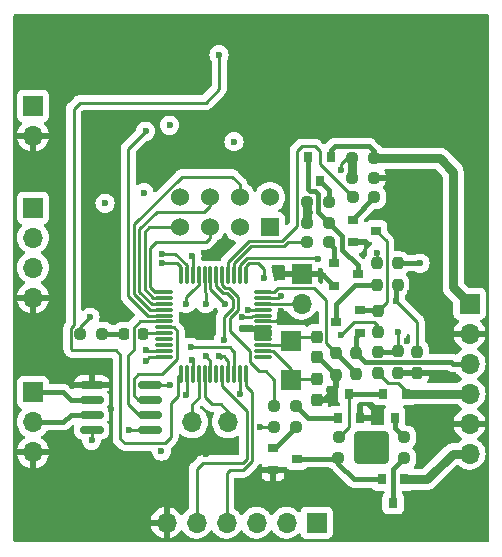
<source format=gtl>
G04 #@! TF.GenerationSoftware,KiCad,Pcbnew,7.0.11-2.fc39*
G04 #@! TF.CreationDate,2024-05-22T12:02:29+02:00*
G04 #@! TF.ProjectId,home_automation_module_std,686f6d65-5f61-4757-946f-6d6174696f6e,1.0*
G04 #@! TF.SameCoordinates,Original*
G04 #@! TF.FileFunction,Copper,L1,Top*
G04 #@! TF.FilePolarity,Positive*
%FSLAX46Y46*%
G04 Gerber Fmt 4.6, Leading zero omitted, Abs format (unit mm)*
G04 Created by KiCad (PCBNEW 7.0.11-2.fc39) date 2024-05-22 12:02:29*
%MOMM*%
%LPD*%
G01*
G04 APERTURE LIST*
G04 Aperture macros list*
%AMRoundRect*
0 Rectangle with rounded corners*
0 $1 Rounding radius*
0 $2 $3 $4 $5 $6 $7 $8 $9 X,Y pos of 4 corners*
0 Add a 4 corners polygon primitive as box body*
4,1,4,$2,$3,$4,$5,$6,$7,$8,$9,$2,$3,0*
0 Add four circle primitives for the rounded corners*
1,1,$1+$1,$2,$3*
1,1,$1+$1,$4,$5*
1,1,$1+$1,$6,$7*
1,1,$1+$1,$8,$9*
0 Add four rect primitives between the rounded corners*
20,1,$1+$1,$2,$3,$4,$5,0*
20,1,$1+$1,$4,$5,$6,$7,0*
20,1,$1+$1,$6,$7,$8,$9,0*
20,1,$1+$1,$8,$9,$2,$3,0*%
G04 Aperture macros list end*
G04 #@! TA.AperFunction,SMDPad,CuDef*
%ADD10RoundRect,0.237500X0.250000X0.237500X-0.250000X0.237500X-0.250000X-0.237500X0.250000X-0.237500X0*%
G04 #@! TD*
G04 #@! TA.AperFunction,SMDPad,CuDef*
%ADD11R,0.900000X0.800000*%
G04 #@! TD*
G04 #@! TA.AperFunction,ComponentPad*
%ADD12R,1.700000X1.700000*%
G04 #@! TD*
G04 #@! TA.AperFunction,ComponentPad*
%ADD13O,1.700000X1.700000*%
G04 #@! TD*
G04 #@! TA.AperFunction,SMDPad,CuDef*
%ADD14RoundRect,0.237500X-0.250000X-0.237500X0.250000X-0.237500X0.250000X0.237500X-0.250000X0.237500X0*%
G04 #@! TD*
G04 #@! TA.AperFunction,SMDPad,CuDef*
%ADD15RoundRect,0.150000X0.825000X0.150000X-0.825000X0.150000X-0.825000X-0.150000X0.825000X-0.150000X0*%
G04 #@! TD*
G04 #@! TA.AperFunction,SMDPad,CuDef*
%ADD16RoundRect,0.237500X0.237500X-0.250000X0.237500X0.250000X-0.237500X0.250000X-0.237500X-0.250000X0*%
G04 #@! TD*
G04 #@! TA.AperFunction,SMDPad,CuDef*
%ADD17RoundRect,0.237500X-0.237500X0.300000X-0.237500X-0.300000X0.237500X-0.300000X0.237500X0.300000X0*%
G04 #@! TD*
G04 #@! TA.AperFunction,SMDPad,CuDef*
%ADD18R,0.800000X0.900000*%
G04 #@! TD*
G04 #@! TA.AperFunction,SMDPad,CuDef*
%ADD19RoundRect,0.237500X-0.237500X0.250000X-0.237500X-0.250000X0.237500X-0.250000X0.237500X0.250000X0*%
G04 #@! TD*
G04 #@! TA.AperFunction,SMDPad,CuDef*
%ADD20R,1.800000X1.750000*%
G04 #@! TD*
G04 #@! TA.AperFunction,SMDPad,CuDef*
%ADD21RoundRect,0.075000X0.662500X0.075000X-0.662500X0.075000X-0.662500X-0.075000X0.662500X-0.075000X0*%
G04 #@! TD*
G04 #@! TA.AperFunction,SMDPad,CuDef*
%ADD22RoundRect,0.075000X0.075000X0.662500X-0.075000X0.662500X-0.075000X-0.662500X0.075000X-0.662500X0*%
G04 #@! TD*
G04 #@! TA.AperFunction,SMDPad,CuDef*
%ADD23RoundRect,0.218750X0.218750X0.256250X-0.218750X0.256250X-0.218750X-0.256250X0.218750X-0.256250X0*%
G04 #@! TD*
G04 #@! TA.AperFunction,ComponentPad*
%ADD24R,1.524000X1.524000*%
G04 #@! TD*
G04 #@! TA.AperFunction,ComponentPad*
%ADD25C,1.524000*%
G04 #@! TD*
G04 #@! TA.AperFunction,ViaPad*
%ADD26C,0.600000*%
G04 #@! TD*
G04 #@! TA.AperFunction,ViaPad*
%ADD27C,0.800000*%
G04 #@! TD*
G04 #@! TA.AperFunction,Conductor*
%ADD28C,0.762000*%
G04 #@! TD*
G04 #@! TA.AperFunction,Conductor*
%ADD29C,0.381000*%
G04 #@! TD*
G04 #@! TA.AperFunction,Conductor*
%ADD30C,0.250000*%
G04 #@! TD*
G04 APERTURE END LIST*
D10*
X108585000Y-61087000D03*
X106760000Y-61087000D03*
D11*
X103886000Y-78491000D03*
X103886000Y-80391000D03*
X105886000Y-79441000D03*
D12*
X120523000Y-66294000D03*
D13*
X120523000Y-68834000D03*
X120523000Y-71374000D03*
X120523000Y-73914000D03*
X120523000Y-76454000D03*
X120523000Y-78994000D03*
D12*
X107569000Y-84836000D03*
D13*
X105029000Y-84836000D03*
X102489000Y-84836000D03*
X99949000Y-84836000D03*
X97409000Y-84836000D03*
X94869000Y-84836000D03*
D11*
X111220000Y-68768000D03*
X111220000Y-66868000D03*
X109220000Y-67818000D03*
D14*
X110593500Y-55626000D03*
X112418500Y-55626000D03*
D15*
X93472000Y-76962000D03*
X93472000Y-75692000D03*
X93472000Y-74422000D03*
X93472000Y-73152000D03*
X88522000Y-73152000D03*
X88522000Y-74422000D03*
X88522000Y-75692000D03*
X88522000Y-76962000D03*
D14*
X87583000Y-68834000D03*
X89408000Y-68834000D03*
D16*
X112776000Y-68730500D03*
X112776000Y-66905500D03*
D17*
X107569000Y-72697000D03*
X107569000Y-74422000D03*
D14*
X113157000Y-77597000D03*
X114982000Y-77597000D03*
D18*
X108773000Y-53880000D03*
X106873000Y-53880000D03*
X107823000Y-55880000D03*
D13*
X100076000Y-76327000D03*
D12*
X83566000Y-73787000D03*
D13*
X83566000Y-76327000D03*
X83566000Y-78867000D03*
D18*
X115012000Y-81169000D03*
X113112000Y-81169000D03*
X114062000Y-83169000D03*
D19*
X114427000Y-70334500D03*
X114427000Y-72159500D03*
X110871000Y-70461500D03*
X110871000Y-72286500D03*
X109220000Y-70485000D03*
X109220000Y-72310000D03*
D16*
X112776000Y-72183000D03*
X112776000Y-70358000D03*
D19*
X116078000Y-70358000D03*
X116078000Y-72183000D03*
D12*
X83566000Y-58166000D03*
D13*
X83566000Y-60706000D03*
X83566000Y-63246000D03*
X83566000Y-65786000D03*
D11*
X110617000Y-59182000D03*
X110617000Y-61082000D03*
X112617000Y-60132000D03*
D10*
X105814500Y-74930000D03*
X103989500Y-74930000D03*
X112442000Y-57277000D03*
X110617000Y-57277000D03*
X105814500Y-76708000D03*
X103989500Y-76708000D03*
D13*
X97028000Y-76327000D03*
D17*
X107569000Y-69088000D03*
X107569000Y-70813000D03*
D18*
X109352000Y-75946000D03*
X111252000Y-75946000D03*
X110302000Y-73946000D03*
D12*
X106299000Y-63749000D03*
D13*
X106299000Y-66289000D03*
D14*
X113157000Y-79375000D03*
X114982000Y-79375000D03*
D10*
X112418500Y-53975000D03*
X110593500Y-53975000D03*
D20*
X105410000Y-69469000D03*
X105410000Y-72719000D03*
D11*
X109043000Y-62865000D03*
X109043000Y-64765000D03*
X111043000Y-63815000D03*
D14*
X106760000Y-59436000D03*
X108585000Y-59436000D03*
D10*
X111252000Y-79375000D03*
X109427000Y-79375000D03*
D12*
X83566000Y-49530000D03*
D13*
X83566000Y-52070000D03*
D21*
X102997000Y-70802000D03*
X102997000Y-70302000D03*
X102997000Y-69802000D03*
X102997000Y-69302000D03*
X102997000Y-68802000D03*
X102997000Y-68302000D03*
X102997000Y-67802000D03*
X102997000Y-67302000D03*
X102997000Y-66802000D03*
X102997000Y-66302000D03*
X102997000Y-65802000D03*
X102997000Y-65302000D03*
D22*
X101584500Y-63889500D03*
X101084500Y-63889500D03*
X100584500Y-63889500D03*
X100084500Y-63889500D03*
X99584500Y-63889500D03*
X99084500Y-63889500D03*
X98584500Y-63889500D03*
X98084500Y-63889500D03*
X97584500Y-63889500D03*
X97084500Y-63889500D03*
X96584500Y-63889500D03*
X96084500Y-63889500D03*
D21*
X94672000Y-65302000D03*
X94672000Y-65802000D03*
X94672000Y-66302000D03*
X94672000Y-66802000D03*
X94672000Y-67302000D03*
X94672000Y-67802000D03*
X94672000Y-68302000D03*
X94672000Y-68802000D03*
X94672000Y-69302000D03*
X94672000Y-69802000D03*
X94672000Y-70302000D03*
X94672000Y-70802000D03*
D22*
X96084500Y-72214500D03*
X96584500Y-72214500D03*
X97084500Y-72214500D03*
X97584500Y-72214500D03*
X98084500Y-72214500D03*
X98584500Y-72214500D03*
X99084500Y-72214500D03*
X99584500Y-72214500D03*
X100084500Y-72214500D03*
X100584500Y-72214500D03*
X101084500Y-72214500D03*
X101584500Y-72214500D03*
D18*
X115123000Y-73946000D03*
X113223000Y-73946000D03*
X114173000Y-75946000D03*
D19*
X112649000Y-62865000D03*
X112649000Y-64690000D03*
X114427000Y-62865000D03*
X114427000Y-64690000D03*
D10*
X111275500Y-77597000D03*
X109450500Y-77597000D03*
D14*
X106760000Y-57658000D03*
X108585000Y-57658000D03*
D23*
X92837000Y-68834000D03*
X91262000Y-68834000D03*
D24*
X103632000Y-59817000D03*
D25*
X103632000Y-57277000D03*
X101092000Y-59817000D03*
X101092000Y-57277000D03*
X98552000Y-59817000D03*
X98552000Y-57277000D03*
X96012000Y-59817000D03*
X96012000Y-57277000D03*
D26*
X96774000Y-68707000D03*
X117348000Y-76454000D03*
X117602000Y-72517000D03*
X121539000Y-42418000D03*
X98171000Y-78994000D03*
X115189000Y-85852000D03*
X115189000Y-49276000D03*
X115189000Y-69469000D03*
X121539000Y-49276000D03*
X82550000Y-70485000D03*
X108712000Y-42418000D03*
X90170000Y-75184000D03*
X82550000Y-42418000D03*
X115443000Y-65405000D03*
X101219000Y-81534000D03*
X104521000Y-66929000D03*
X121539000Y-85852000D03*
X95504000Y-42418000D03*
X121539000Y-55753000D03*
X101981000Y-42418000D03*
X109093000Y-74422000D03*
X82550000Y-85852000D03*
X99060000Y-61976000D03*
X115189000Y-42418000D03*
X99314000Y-54356000D03*
X89662000Y-65786000D03*
X85852000Y-47879000D03*
X104394000Y-54356000D03*
X91440000Y-80772000D03*
X121539000Y-60960000D03*
X112649000Y-75819000D03*
X91313000Y-50546000D03*
X108712000Y-49276000D03*
X111633000Y-61087000D03*
X89027000Y-42418000D03*
X115189000Y-55753000D03*
X88519000Y-55880000D03*
X95250000Y-80518000D03*
X116332000Y-79629000D03*
X115316000Y-60960000D03*
X97409000Y-51689000D03*
X89027000Y-85852000D03*
X101346000Y-68326000D03*
X95123000Y-51181000D03*
X88392000Y-67437000D03*
X94440131Y-78780000D03*
X100584000Y-52578000D03*
X97028000Y-62230000D03*
X112649000Y-61976000D03*
X89662000Y-57785000D03*
D27*
X112268000Y-78486000D03*
D26*
X109601000Y-68961000D03*
X106807000Y-58547000D03*
X93091000Y-51689000D03*
X92964000Y-56896000D03*
X88519000Y-77851000D03*
X99314000Y-45212000D03*
X116332000Y-62865000D03*
X96901000Y-69977000D03*
X91694000Y-76962000D03*
X99314000Y-70739000D03*
X95123000Y-73152000D03*
X109601000Y-54991000D03*
X104521000Y-65659000D03*
X114427000Y-68707000D03*
X103124000Y-64135000D03*
X94488000Y-62065497D03*
X94488000Y-62865000D03*
X99822000Y-66294000D03*
X98171000Y-66294000D03*
X96520000Y-66294000D03*
X107696000Y-62484000D03*
X114300000Y-66040000D03*
X99695000Y-69342000D03*
X102743000Y-76708000D03*
X98171000Y-70739000D03*
X101219000Y-67437000D03*
X101727000Y-66802000D03*
X96520000Y-74041000D03*
X93091000Y-70231000D03*
X93091000Y-71120000D03*
X97028000Y-71106261D03*
X101092000Y-73914000D03*
D28*
X120523000Y-66294000D02*
X119126000Y-64897000D01*
X119126000Y-63627000D02*
X119126000Y-55118000D01*
X119126000Y-64897000D02*
X119126000Y-63627000D01*
D29*
X120523000Y-71374000D02*
X119126000Y-71374000D01*
D28*
X120523000Y-73914000D02*
X115155000Y-73914000D01*
X115155000Y-73914000D02*
X115123000Y-73946000D01*
X120523000Y-78994000D02*
X119126000Y-78994000D01*
D30*
X99949000Y-84836000D02*
X99949000Y-80645000D01*
X99949000Y-80645000D02*
X100203000Y-80391000D01*
X100203000Y-80391000D02*
X101347396Y-80391000D01*
X101347396Y-80391000D02*
X102108000Y-79630396D01*
X102108000Y-79630396D02*
X102108000Y-73802500D01*
X102108000Y-73802500D02*
X101584500Y-73279000D01*
X101584500Y-73279000D02*
X101584500Y-72214500D01*
X97409000Y-84836000D02*
X97409000Y-80264000D01*
X97409000Y-80264000D02*
X97917000Y-79756000D01*
X97917000Y-79756000D02*
X101346000Y-79756000D01*
X101346000Y-79756000D02*
X101658000Y-79444000D01*
X101658000Y-79444000D02*
X101658000Y-75363884D01*
X101658000Y-75363884D02*
X99584500Y-73290384D01*
X99584500Y-73290384D02*
X99584500Y-72214500D01*
D29*
X83566000Y-76327000D02*
X86106000Y-76327000D01*
X86106000Y-76327000D02*
X86741000Y-75692000D01*
X86741000Y-75692000D02*
X88522000Y-75692000D01*
X83566000Y-73787000D02*
X86106000Y-73787000D01*
X86106000Y-73787000D02*
X86741000Y-74422000D01*
X86741000Y-74422000D02*
X88522000Y-74422000D01*
D30*
X104521000Y-67355000D02*
X104521000Y-66929000D01*
D29*
X106299000Y-63749000D02*
X108027000Y-63749000D01*
X107723000Y-70813000D02*
X109220000Y-72310000D01*
X109220000Y-72310000D02*
X109220000Y-73279000D01*
X108027000Y-63749000D02*
X109043000Y-64765000D01*
X107569000Y-70813000D02*
X107723000Y-70813000D01*
X109220000Y-73279000D02*
X108077000Y-74422000D01*
X108077000Y-74422000D02*
X107569000Y-74422000D01*
D30*
X104074000Y-67802000D02*
X104521000Y-67355000D01*
X102997000Y-67802000D02*
X104074000Y-67802000D01*
X87583000Y-68834000D02*
X87583000Y-68246000D01*
X87583000Y-68246000D02*
X88392000Y-67437000D01*
X97084500Y-62286500D02*
X97028000Y-62230000D01*
X97084500Y-63889500D02*
X97084500Y-62286500D01*
X112776000Y-68199000D02*
X112776000Y-68730500D01*
X112649000Y-62865000D02*
X112649000Y-61976000D01*
D28*
X106760000Y-59436000D02*
X106760000Y-58594000D01*
X106807000Y-58547000D02*
X106760000Y-58500000D01*
X106760000Y-58500000D02*
X106760000Y-57658000D01*
X106760000Y-58594000D02*
X106807000Y-58547000D01*
D30*
X110744000Y-67818000D02*
X112395000Y-67818000D01*
X109601000Y-68961000D02*
X110744000Y-67818000D01*
X112395000Y-67818000D02*
X112776000Y-68199000D01*
X91622000Y-53158000D02*
X93091000Y-51689000D01*
X94672000Y-67302000D02*
X93260706Y-67302000D01*
X91622000Y-65663295D02*
X91622000Y-53158000D01*
X93260706Y-67302000D02*
X91622000Y-65663295D01*
X88522000Y-77848000D02*
X88519000Y-77851000D01*
X88522000Y-76962000D02*
X88522000Y-77848000D01*
D29*
X109352000Y-75946000D02*
X106830500Y-75946000D01*
X106830500Y-75946000D02*
X105814500Y-74930000D01*
D30*
X110302000Y-73946000D02*
X110302000Y-76745500D01*
D29*
X110302000Y-73946000D02*
X113223000Y-73946000D01*
D30*
X110302000Y-76745500D02*
X109450500Y-77597000D01*
X96084500Y-72214500D02*
X95853000Y-72446000D01*
X91313000Y-78105000D02*
X90932000Y-77724000D01*
X98171000Y-49276000D02*
X99314000Y-48133000D01*
X86995000Y-68132424D02*
X86995000Y-49784000D01*
X95853000Y-74073000D02*
X95250000Y-74676000D01*
X95250000Y-77597000D02*
X94742000Y-78105000D01*
X86995000Y-49784000D02*
X87503000Y-49276000D01*
X87503000Y-49276000D02*
X98171000Y-49276000D01*
X86770500Y-68356924D02*
X86995000Y-68132424D01*
X90932000Y-77724000D02*
X90932000Y-70612000D01*
X95250000Y-74676000D02*
X95250000Y-77597000D01*
X90551000Y-70231000D02*
X86868000Y-70231000D01*
X86770500Y-70133500D02*
X86770500Y-68356924D01*
X90932000Y-70612000D02*
X90551000Y-70231000D01*
X94742000Y-78105000D02*
X91313000Y-78105000D01*
X86868000Y-70231000D02*
X86770500Y-70133500D01*
X99314000Y-48133000D02*
X99314000Y-45212000D01*
X95853000Y-72446000D02*
X95853000Y-74073000D01*
D29*
X104031500Y-78491000D02*
X105814500Y-76708000D01*
X103886000Y-78491000D02*
X104031500Y-78491000D01*
X109361000Y-79441000D02*
X109427000Y-79375000D01*
X109427000Y-79836000D02*
X109427000Y-79375000D01*
X105886000Y-79441000D02*
X109361000Y-79441000D01*
X113112000Y-81169000D02*
X110760000Y-81169000D01*
X110760000Y-81169000D02*
X109427000Y-79836000D01*
D28*
X116951000Y-81169000D02*
X119126000Y-78994000D01*
D29*
X114300000Y-62865000D02*
X116332000Y-62865000D01*
D28*
X115012000Y-81169000D02*
X116951000Y-81169000D01*
D29*
X114062000Y-83169000D02*
X114062000Y-80295000D01*
X114062000Y-80295000D02*
X114982000Y-79375000D01*
D30*
X113618000Y-73025000D02*
X114427000Y-73025000D01*
X112776000Y-72183000D02*
X113618000Y-73025000D01*
X115123000Y-73721000D02*
X115123000Y-73946000D01*
X114427000Y-73025000D02*
X115123000Y-73721000D01*
D29*
X114173000Y-76788000D02*
X114982000Y-77597000D01*
X114173000Y-75946000D02*
X114173000Y-76788000D01*
X110617000Y-59102000D02*
X112442000Y-57277000D01*
X110617000Y-59182000D02*
X110617000Y-59102000D01*
D30*
X112776000Y-66905500D02*
X113499000Y-66182500D01*
D29*
X111220000Y-66868000D02*
X112738500Y-66868000D01*
D30*
X113499000Y-61014000D02*
X112617000Y-60132000D01*
D29*
X112738500Y-66868000D02*
X112776000Y-66905500D01*
D30*
X113499000Y-66182500D02*
X113499000Y-61014000D01*
D29*
X118988000Y-71236000D02*
X119126000Y-71374000D01*
X111645500Y-71236000D02*
X118988000Y-71236000D01*
X110871000Y-70461500D02*
X110871000Y-69117000D01*
X110871000Y-69117000D02*
X111220000Y-68768000D01*
X110871000Y-70461500D02*
X111645500Y-71236000D01*
X109220000Y-67818000D02*
X109220000Y-66294000D01*
X110824000Y-64690000D02*
X112649000Y-64690000D01*
X109220000Y-66294000D02*
X110824000Y-64690000D01*
X109043000Y-61545000D02*
X108585000Y-61087000D01*
X109043000Y-62865000D02*
X109043000Y-61545000D01*
X109728000Y-61722000D02*
X111043000Y-63037000D01*
X108585000Y-59436000D02*
X107696000Y-58547000D01*
X107442000Y-56720500D02*
X107032500Y-56720500D01*
X107032500Y-56720500D02*
X106873000Y-56561000D01*
X107696000Y-56974500D02*
X107442000Y-56720500D01*
X108585000Y-59436000D02*
X109728000Y-60579000D01*
X107696000Y-58547000D02*
X107696000Y-56974500D01*
X109728000Y-60579000D02*
X109728000Y-61722000D01*
X106873000Y-56561000D02*
X106873000Y-53880000D01*
X111043000Y-63037000D02*
X111043000Y-63815000D01*
X108773000Y-53279000D02*
X109093000Y-52959000D01*
D28*
X119126000Y-55118000D02*
X117983000Y-53975000D01*
D29*
X109093000Y-52959000D02*
X112014000Y-52959000D01*
X112014000Y-52959000D02*
X112418500Y-53363500D01*
X112418500Y-53363500D02*
X112418500Y-53975000D01*
X108773000Y-53880000D02*
X108773000Y-53279000D01*
D28*
X117983000Y-53975000D02*
X112418500Y-53975000D01*
D29*
X108585000Y-56642000D02*
X107823000Y-55880000D01*
X108585000Y-57658000D02*
X108585000Y-56642000D01*
D30*
X96901000Y-69977000D02*
X100203000Y-69977000D01*
X100203000Y-69977000D02*
X100584500Y-70358500D01*
X91694000Y-76962000D02*
X93472000Y-76962000D01*
X100584500Y-72214500D02*
X100584500Y-71247000D01*
X100584500Y-70358500D02*
X100584500Y-71247000D01*
X100330000Y-70104000D02*
X100584500Y-70358500D01*
X92618960Y-67802000D02*
X94672000Y-67802000D01*
X92075000Y-70231000D02*
X92075000Y-68345960D01*
X92075000Y-68345960D02*
X92618960Y-67802000D01*
X93472000Y-75692000D02*
X92497001Y-75692000D01*
X92497001Y-75692000D02*
X91625000Y-74819999D01*
X91625000Y-74819999D02*
X91625000Y-70681000D01*
X91625000Y-70681000D02*
X92075000Y-70231000D01*
X92456000Y-74422000D02*
X92075000Y-74041000D01*
X95758000Y-68582736D02*
X95477264Y-68302000D01*
X92075000Y-74041000D02*
X92075000Y-72644000D01*
X95477264Y-68302000D02*
X94672000Y-68302000D01*
X92456000Y-72263000D02*
X94516264Y-72263000D01*
X92075000Y-72644000D02*
X92456000Y-72263000D01*
X94516264Y-72263000D02*
X95758000Y-71021264D01*
X93472000Y-74422000D02*
X92456000Y-74422000D01*
X95758000Y-71021264D02*
X95758000Y-68582736D01*
X99314000Y-70739000D02*
X99695000Y-70739000D01*
X99695000Y-70739000D02*
X100012500Y-71056500D01*
X100012500Y-71056500D02*
X99822000Y-70866000D01*
X95123000Y-73152000D02*
X93472000Y-73152000D01*
X99463598Y-70866000D02*
X99436480Y-70893118D01*
X100084500Y-72214500D02*
X100084500Y-71128500D01*
X100084500Y-71128500D02*
X100012500Y-71056500D01*
X102036208Y-61410000D02*
X100584500Y-62861708D01*
X104834396Y-61410000D02*
X102036208Y-61410000D01*
X100584500Y-62861708D02*
X100584500Y-63889500D01*
X106760000Y-61087000D02*
X105157396Y-61087000D01*
X105157396Y-61087000D02*
X104834396Y-61410000D01*
X110593500Y-53975000D02*
X110109000Y-53975000D01*
D28*
X110593500Y-54991000D02*
X110593500Y-55626000D01*
X110593500Y-53975000D02*
X110593500Y-54991000D01*
D30*
X104372884Y-65802000D02*
X104510010Y-65664874D01*
X110109000Y-53975000D02*
X109601000Y-54483000D01*
X109601000Y-54483000D02*
X109601000Y-54991000D01*
X102997000Y-65802000D02*
X104372884Y-65802000D01*
X107442000Y-52959000D02*
X107823000Y-53340000D01*
X100084500Y-63889500D02*
X100084500Y-62725312D01*
X107823000Y-53340000D02*
X107823000Y-54483000D01*
X101849812Y-60960000D02*
X104648000Y-60960000D01*
X107823000Y-54483000D02*
X110617000Y-57277000D01*
X105918000Y-59690000D02*
X105918000Y-53340000D01*
X106299000Y-52959000D02*
X107442000Y-52959000D01*
X105918000Y-53340000D02*
X106299000Y-52959000D01*
X104648000Y-60960000D02*
X105918000Y-59690000D01*
X100084500Y-62725312D02*
X101849812Y-60960000D01*
X107378500Y-64960500D02*
X104330500Y-64960500D01*
X103989000Y-65302000D02*
X102997000Y-65302000D01*
X108369000Y-65951000D02*
X107378500Y-64960500D01*
D29*
X110871000Y-72136000D02*
X109220000Y-70485000D01*
D30*
X104330500Y-64960500D02*
X103989000Y-65302000D01*
X108369000Y-69634000D02*
X108369000Y-65951000D01*
X109220000Y-70485000D02*
X108369000Y-69634000D01*
D29*
X110871000Y-72286500D02*
X110871000Y-72136000D01*
D30*
X103989500Y-74930000D02*
X103989500Y-72747500D01*
X100907000Y-66861396D02*
X100262396Y-67506000D01*
X99584500Y-64694764D02*
X99841736Y-64952000D01*
X101934500Y-70311500D02*
X101934500Y-70866000D01*
X100907000Y-65726604D02*
X100907000Y-66294000D01*
X100132396Y-64952000D02*
X100907000Y-65726604D01*
X100262396Y-67506000D02*
X100203000Y-67565396D01*
X101934500Y-70866000D02*
X101934500Y-71259236D01*
X102684264Y-72009000D02*
X103251000Y-72009000D01*
X100203000Y-68580000D02*
X101473000Y-69850000D01*
X101473000Y-69850000D02*
X101934500Y-70311500D01*
X100907000Y-66294000D02*
X100907000Y-66861396D01*
X101934500Y-71259236D02*
X102684264Y-72009000D01*
X100203000Y-68199000D02*
X100203000Y-68580000D01*
X100203000Y-67565396D02*
X100203000Y-68199000D01*
X100203000Y-68199000D02*
X100203000Y-68453000D01*
X99584500Y-63889500D02*
X99584500Y-64694764D01*
X103989500Y-72747500D02*
X103251000Y-72009000D01*
X99841736Y-64952000D02*
X99949000Y-64952000D01*
X99949000Y-64952000D02*
X100132396Y-64952000D01*
X101584500Y-63134500D02*
X101854000Y-62865000D01*
D29*
X114403500Y-70358000D02*
X114427000Y-70334500D01*
D30*
X102616000Y-62865000D02*
X103124000Y-63373000D01*
X103124000Y-63373000D02*
X103124000Y-64135000D01*
X101584500Y-63889500D02*
X101584500Y-63134500D01*
D29*
X112776000Y-70358000D02*
X114403500Y-70358000D01*
D30*
X101854000Y-62865000D02*
X102616000Y-62865000D01*
X114427000Y-68707000D02*
X114427000Y-70334500D01*
X96584500Y-63889500D02*
X96584500Y-63055104D01*
X95594893Y-62065497D02*
X94488000Y-62065497D01*
X96584500Y-63055104D02*
X95594893Y-62065497D01*
X96084500Y-63889500D02*
X96084500Y-63191500D01*
X95758000Y-62865000D02*
X94488000Y-62865000D01*
X96084500Y-63191500D02*
X95758000Y-62865000D01*
X98584500Y-63889500D02*
X98584500Y-65056500D01*
X98584500Y-65056500D02*
X99822000Y-66294000D01*
X98084500Y-63889500D02*
X98084500Y-65278000D01*
X98171000Y-66294000D02*
X98171000Y-65364500D01*
X98171000Y-65364500D02*
X98084500Y-65278000D01*
X96520000Y-66294000D02*
X96520000Y-65757184D01*
X97584500Y-64692685D02*
X97140592Y-65136592D01*
X96520000Y-65757184D02*
X97140592Y-65136592D01*
X97584500Y-63889500D02*
X97584500Y-64692685D01*
X107627000Y-62415000D02*
X107696000Y-62484000D01*
X101084500Y-63889500D02*
X101084500Y-62998104D01*
X101084500Y-62998104D02*
X101667604Y-62415000D01*
X116078000Y-67818000D02*
X114300000Y-66040000D01*
X116078000Y-70358000D02*
X116078000Y-67818000D01*
X101667604Y-62415000D02*
X107627000Y-62415000D01*
D29*
X114300000Y-64690000D02*
X114300000Y-66040000D01*
D30*
X99695000Y-68199000D02*
X99695000Y-69342000D01*
X99949000Y-65405000D02*
X100457000Y-65913000D01*
X99695000Y-67437000D02*
X99695000Y-67945000D01*
X99084500Y-63889500D02*
X99084500Y-64694764D01*
X100457000Y-66421000D02*
X100457000Y-66675000D01*
X100457000Y-65913000D02*
X100457000Y-66421000D01*
X102743000Y-76708000D02*
X103989500Y-76708000D01*
X99084500Y-64831160D02*
X99549670Y-65296330D01*
X99695000Y-67945000D02*
X99695000Y-68199000D01*
X99549670Y-65296330D02*
X99658340Y-65405000D01*
X99084500Y-63889500D02*
X99084500Y-64831160D01*
X100457000Y-66675000D02*
X100076000Y-67056000D01*
X100076000Y-67056000D02*
X99695000Y-67437000D01*
X99658340Y-65405000D02*
X99949000Y-65405000D01*
X98584500Y-72214500D02*
X98584500Y-71152500D01*
X98584500Y-71152500D02*
X98171000Y-70739000D01*
D29*
X91262000Y-68834000D02*
X89408000Y-68834000D01*
D30*
X102997000Y-70302000D02*
X103902264Y-70302000D01*
X105410000Y-71809736D02*
X105410000Y-72719000D01*
X103902264Y-70302000D02*
X105410000Y-71809736D01*
X107569000Y-72697000D02*
X105432000Y-72697000D01*
X105432000Y-72697000D02*
X105410000Y-72719000D01*
X102997000Y-69802000D02*
X105077000Y-69802000D01*
X105077000Y-69802000D02*
X105410000Y-69469000D01*
X105791000Y-69088000D02*
X105410000Y-69469000D01*
X107569000Y-69088000D02*
X105791000Y-69088000D01*
X102191736Y-67302000D02*
X102997000Y-67302000D01*
X102237884Y-67302000D02*
X102212884Y-67327000D01*
X101473000Y-67437000D02*
X102056736Y-67437000D01*
X102997000Y-67302000D02*
X102237884Y-67302000D01*
X102056736Y-67437000D02*
X102191736Y-67302000D01*
X101727000Y-66802000D02*
X102997000Y-66802000D01*
X96584500Y-73976500D02*
X96584500Y-72214500D01*
X96520000Y-74041000D02*
X96584500Y-73976500D01*
X93980000Y-61087000D02*
X98171000Y-61087000D01*
X94672000Y-65302000D02*
X93877000Y-65302000D01*
X98552000Y-60706000D02*
X98552000Y-59817000D01*
X93472000Y-64897000D02*
X93472000Y-61595000D01*
X93877000Y-65302000D02*
X93472000Y-64897000D01*
X93472000Y-61595000D02*
X93980000Y-61087000D01*
X98171000Y-61087000D02*
X98552000Y-60706000D01*
X93403000Y-59817000D02*
X96012000Y-59817000D01*
X93740604Y-65802000D02*
X93022000Y-65083396D01*
X93022000Y-65083396D02*
X93022000Y-60198000D01*
X94672000Y-65802000D02*
X93740604Y-65802000D01*
X93022000Y-60198000D02*
X93403000Y-59817000D01*
X98552000Y-58039000D02*
X98552000Y-57277000D01*
X98044000Y-58547000D02*
X98552000Y-58039000D01*
X92572000Y-60011604D02*
X94036604Y-58547000D01*
X92572000Y-65269792D02*
X92572000Y-60011604D01*
X93604208Y-66302000D02*
X92572000Y-65269792D01*
X94036604Y-58547000D02*
X98044000Y-58547000D01*
X94672000Y-66302000D02*
X93604208Y-66302000D01*
X101092000Y-56199370D02*
X101092000Y-57277000D01*
X96139000Y-55557000D02*
X100449630Y-55557000D01*
X94672000Y-66802000D02*
X93467812Y-66802000D01*
X92122000Y-65456188D02*
X92122000Y-59574000D01*
X93467812Y-66802000D02*
X92122000Y-65456188D01*
X92122000Y-59574000D02*
X96139000Y-55557000D01*
X100449630Y-55557000D02*
X101092000Y-56199370D01*
X92869000Y-68802000D02*
X92837000Y-68834000D01*
X94672000Y-68802000D02*
X92869000Y-68802000D01*
X94672000Y-70302000D02*
X93162000Y-70302000D01*
X93162000Y-70302000D02*
X93091000Y-70231000D01*
X93409000Y-70802000D02*
X93091000Y-71120000D01*
X94672000Y-70802000D02*
X93409000Y-70802000D01*
X97084500Y-71166387D02*
X97084500Y-72214500D01*
X97144626Y-71106261D02*
X97084500Y-71166387D01*
X97584500Y-76289000D02*
X97622500Y-76327000D01*
X97028000Y-74803000D02*
X97584500Y-74246500D01*
X97028000Y-76327000D02*
X97028000Y-74803000D01*
X97584500Y-74246500D02*
X97584500Y-72214500D01*
X98084500Y-72214500D02*
X98084500Y-74208500D01*
X100076000Y-75438000D02*
X99441000Y-74803000D01*
X100670500Y-76327000D02*
X100711000Y-76286500D01*
X100076000Y-76327000D02*
X100076000Y-75438000D01*
X98679000Y-74803000D02*
X99441000Y-74803000D01*
X98084500Y-74208500D02*
X98679000Y-74803000D01*
X101084500Y-73906500D02*
X101092000Y-73914000D01*
X101084500Y-72214500D02*
X101084500Y-73906500D01*
X106286000Y-66302000D02*
X106299000Y-66289000D01*
X102997000Y-66302000D02*
X103010000Y-66289000D01*
X102997000Y-66302000D02*
X106286000Y-66302000D01*
G04 #@! TA.AperFunction,Conductor*
G36*
X102159876Y-68091685D02*
G01*
X102161728Y-68092898D01*
X102227005Y-68136515D01*
X102227008Y-68136515D01*
X102227009Y-68136516D01*
X102267186Y-68144507D01*
X102307367Y-68152500D01*
X103484516Y-68152499D01*
X103551555Y-68172184D01*
X103560002Y-68178123D01*
X103599602Y-68208509D01*
X103622491Y-68231398D01*
X103682074Y-68309048D01*
X103698259Y-68337081D01*
X103735715Y-68427508D01*
X103744093Y-68458775D01*
X103757939Y-68563939D01*
X103759000Y-68580125D01*
X103759000Y-68960874D01*
X103757939Y-68977060D01*
X103744093Y-69082224D01*
X103735715Y-69113491D01*
X103698259Y-69203918D01*
X103682074Y-69231951D01*
X103622491Y-69309601D01*
X103599602Y-69332491D01*
X103521951Y-69392075D01*
X103493916Y-69408260D01*
X103412314Y-69442061D01*
X103364863Y-69451500D01*
X102530285Y-69451500D01*
X102473990Y-69437984D01*
X102409551Y-69405150D01*
X102378167Y-69382348D01*
X102321651Y-69325832D01*
X102298850Y-69294450D01*
X102262561Y-69223230D01*
X102250576Y-69186345D01*
X102235000Y-69088000D01*
X102235000Y-68707000D01*
X101854005Y-68707000D01*
X101294711Y-68707000D01*
X101270520Y-68704617D01*
X101185190Y-68687644D01*
X101140490Y-68669129D01*
X101078499Y-68627707D01*
X101044292Y-68593500D01*
X101002869Y-68531506D01*
X100984356Y-68486812D01*
X100969811Y-68413686D01*
X100969811Y-68365313D01*
X100984356Y-68292185D01*
X101002868Y-68247494D01*
X101044294Y-68185496D01*
X101078496Y-68151294D01*
X101140494Y-68109868D01*
X101185182Y-68091357D01*
X101270528Y-68074381D01*
X101294711Y-68072000D01*
X102092837Y-68072000D01*
X102159876Y-68091685D01*
G37*
G04 #@! TD.AperFunction*
G04 #@! TA.AperFunction,Conductor*
G36*
X113173059Y-77090061D02*
G01*
X113278223Y-77103906D01*
X113309491Y-77112284D01*
X113399918Y-77149740D01*
X113427952Y-77165925D01*
X113505602Y-77225509D01*
X113528491Y-77248398D01*
X113588074Y-77326048D01*
X113604259Y-77354081D01*
X113641715Y-77444508D01*
X113650093Y-77475775D01*
X113663939Y-77580939D01*
X113665000Y-77597125D01*
X113665000Y-79374874D01*
X113663939Y-79391060D01*
X113650093Y-79496224D01*
X113641715Y-79527491D01*
X113604259Y-79617918D01*
X113588074Y-79645951D01*
X113528491Y-79723601D01*
X113505601Y-79746491D01*
X113427951Y-79806074D01*
X113399918Y-79822259D01*
X113309491Y-79859715D01*
X113278224Y-79868093D01*
X113184398Y-79880446D01*
X113173058Y-79881939D01*
X113156874Y-79883000D01*
X111252126Y-79883000D01*
X111235941Y-79881939D01*
X111222917Y-79880224D01*
X111130775Y-79868093D01*
X111099508Y-79859715D01*
X111009081Y-79822259D01*
X110981048Y-79806074D01*
X110903398Y-79746491D01*
X110880508Y-79723601D01*
X110820925Y-79645951D01*
X110804740Y-79617918D01*
X110767284Y-79527491D01*
X110758906Y-79496223D01*
X110745061Y-79391059D01*
X110744000Y-79374874D01*
X110744000Y-77597125D01*
X110745061Y-77580940D01*
X110758906Y-77475776D01*
X110767284Y-77444508D01*
X110804740Y-77354081D01*
X110820923Y-77326050D01*
X110880513Y-77248392D01*
X110903392Y-77225513D01*
X110981050Y-77165923D01*
X111009079Y-77149740D01*
X111099509Y-77112283D01*
X111130775Y-77103906D01*
X111235941Y-77090061D01*
X111252126Y-77089000D01*
X113156874Y-77089000D01*
X113173059Y-77090061D01*
G37*
G04 #@! TD.AperFunction*
G04 #@! TA.AperFunction,Conductor*
G36*
X119508214Y-74823502D02*
G01*
X119532791Y-74844160D01*
X119599760Y-74916906D01*
X119599762Y-74916908D01*
X119626171Y-74937463D01*
X119777424Y-75055189D01*
X119811205Y-75073470D01*
X119861596Y-75123482D01*
X119876949Y-75192799D01*
X119852389Y-75259412D01*
X119811209Y-75295096D01*
X119777704Y-75313228D01*
X119777698Y-75313232D01*
X119600097Y-75451465D01*
X119447674Y-75617041D01*
X119324580Y-75805451D01*
X119234179Y-76011543D01*
X119234176Y-76011550D01*
X119186455Y-76199999D01*
X119186456Y-76200000D01*
X120091884Y-76200000D01*
X120063507Y-76244156D01*
X120023000Y-76382111D01*
X120023000Y-76525889D01*
X120063507Y-76663844D01*
X120091884Y-76708000D01*
X119186455Y-76708000D01*
X119234176Y-76896449D01*
X119234179Y-76896456D01*
X119324580Y-77102548D01*
X119447674Y-77290958D01*
X119600097Y-77456534D01*
X119777698Y-77594767D01*
X119777704Y-77594771D01*
X119811207Y-77612902D01*
X119861597Y-77662915D01*
X119876949Y-77732232D01*
X119852388Y-77798845D01*
X119811207Y-77834528D01*
X119777430Y-77852807D01*
X119777424Y-77852811D01*
X119599762Y-77991091D01*
X119532794Y-78063838D01*
X119471940Y-78100409D01*
X119440093Y-78104500D01*
X119205924Y-78104500D01*
X119186214Y-78102949D01*
X119172805Y-78100825D01*
X119108821Y-78104179D01*
X119106005Y-78104327D01*
X119099413Y-78104500D01*
X119079380Y-78104500D01*
X119079377Y-78104500D01*
X119079360Y-78104501D01*
X119059449Y-78106593D01*
X119052881Y-78107110D01*
X118986083Y-78110611D01*
X118972972Y-78114124D01*
X118953547Y-78117725D01*
X118940044Y-78119145D01*
X118940038Y-78119146D01*
X118876410Y-78139819D01*
X118870091Y-78141691D01*
X118805472Y-78159006D01*
X118793377Y-78165169D01*
X118775124Y-78172730D01*
X118762218Y-78176924D01*
X118762215Y-78176925D01*
X118704268Y-78210379D01*
X118698490Y-78213516D01*
X118638873Y-78243894D01*
X118638868Y-78243897D01*
X118628324Y-78252435D01*
X118612045Y-78263624D01*
X118600292Y-78270410D01*
X118600280Y-78270419D01*
X118550574Y-78315173D01*
X118545571Y-78319447D01*
X118529991Y-78332065D01*
X118529985Y-78332071D01*
X118515822Y-78346233D01*
X118511043Y-78350768D01*
X118461330Y-78395530D01*
X118453346Y-78406518D01*
X118440511Y-78421544D01*
X116619460Y-80242596D01*
X116557150Y-80276620D01*
X116530367Y-80279500D01*
X115922363Y-80279500D01*
X115854242Y-80259498D01*
X115807749Y-80205842D01*
X115797645Y-80135568D01*
X115819082Y-80085688D01*
X115817305Y-80084592D01*
X115821158Y-80078346D01*
X115912709Y-79929920D01*
X115967562Y-79764381D01*
X115978000Y-79662213D01*
X115977999Y-79087788D01*
X115975958Y-79067813D01*
X115967562Y-78985619D01*
X115952326Y-78939638D01*
X115912709Y-78820080D01*
X115821158Y-78671654D01*
X115821157Y-78671653D01*
X115821152Y-78671647D01*
X115724600Y-78575095D01*
X115690574Y-78512783D01*
X115695639Y-78441968D01*
X115724600Y-78396905D01*
X115821152Y-78300352D01*
X115821158Y-78300346D01*
X115912709Y-78151920D01*
X115967562Y-77986381D01*
X115978000Y-77884213D01*
X115977999Y-77309788D01*
X115976075Y-77290958D01*
X115967562Y-77207619D01*
X115953196Y-77164264D01*
X115912709Y-77042080D01*
X115821158Y-76893654D01*
X115821157Y-76893653D01*
X115821152Y-76893647D01*
X115697852Y-76770347D01*
X115697846Y-76770342D01*
X115657553Y-76745489D01*
X115549420Y-76678791D01*
X115383881Y-76623938D01*
X115383879Y-76623937D01*
X115383877Y-76623937D01*
X115281721Y-76613500D01*
X115281713Y-76613500D01*
X115203618Y-76613500D01*
X115135497Y-76593498D01*
X115089004Y-76539842D01*
X115078340Y-76474031D01*
X115081499Y-76444647D01*
X115081500Y-76444632D01*
X115081500Y-75447367D01*
X115081499Y-75447350D01*
X115074990Y-75386803D01*
X115074988Y-75386795D01*
X115045924Y-75308875D01*
X115023889Y-75249796D01*
X115023888Y-75249794D01*
X115023887Y-75249792D01*
X114936261Y-75132738D01*
X114934430Y-75131368D01*
X114933057Y-75129534D01*
X114929889Y-75126366D01*
X114930344Y-75125910D01*
X114891883Y-75074533D01*
X114886818Y-75003717D01*
X114920844Y-74941405D01*
X114983156Y-74907379D01*
X115009939Y-74904500D01*
X115571632Y-74904500D01*
X115571638Y-74904500D01*
X115571645Y-74904499D01*
X115571649Y-74904499D01*
X115632196Y-74897990D01*
X115632199Y-74897989D01*
X115632201Y-74897989D01*
X115769204Y-74846889D01*
X115793593Y-74828631D01*
X115860113Y-74803821D01*
X115869102Y-74803500D01*
X119440093Y-74803500D01*
X119508214Y-74823502D01*
G37*
G04 #@! TD.AperFunction*
G04 #@! TA.AperFunction,Conductor*
G36*
X112379254Y-74665002D02*
G01*
X112412001Y-74695491D01*
X112459738Y-74759261D01*
X112576792Y-74846887D01*
X112576794Y-74846888D01*
X112576796Y-74846889D01*
X112626704Y-74865504D01*
X112713795Y-74897988D01*
X112713803Y-74897990D01*
X112774350Y-74904499D01*
X112774355Y-74904499D01*
X112774362Y-74904500D01*
X112774368Y-74904500D01*
X113336061Y-74904500D01*
X113404182Y-74924502D01*
X113450675Y-74978158D01*
X113460779Y-75048432D01*
X113431285Y-75113012D01*
X113411570Y-75131368D01*
X113409738Y-75132738D01*
X113322112Y-75249792D01*
X113322110Y-75249797D01*
X113271011Y-75386795D01*
X113271009Y-75386803D01*
X113264500Y-75447350D01*
X113264500Y-76448012D01*
X113263152Y-76448012D01*
X113248082Y-76511832D01*
X113197000Y-76561138D01*
X113138580Y-76575500D01*
X112285918Y-76575500D01*
X112217797Y-76555498D01*
X112171304Y-76501842D01*
X112161081Y-76447965D01*
X112160000Y-76447965D01*
X112160000Y-76200000D01*
X111124000Y-76200000D01*
X111055879Y-76179998D01*
X111009386Y-76126342D01*
X110998000Y-76074000D01*
X110998000Y-74988000D01*
X111506000Y-74988000D01*
X111506000Y-75692000D01*
X112160000Y-75692000D01*
X112160000Y-75447414D01*
X112159999Y-75447402D01*
X112153494Y-75386906D01*
X112102444Y-75250035D01*
X112102444Y-75250034D01*
X112014904Y-75133095D01*
X111897965Y-75045555D01*
X111761093Y-74994505D01*
X111700597Y-74988000D01*
X111506000Y-74988000D01*
X110998000Y-74988000D01*
X110998000Y-74987331D01*
X110964777Y-74926490D01*
X110969842Y-74855675D01*
X111012386Y-74798842D01*
X111065261Y-74759261D01*
X111112999Y-74695491D01*
X111169835Y-74652944D01*
X111213867Y-74645000D01*
X112311133Y-74645000D01*
X112379254Y-74665002D01*
G37*
G04 #@! TD.AperFunction*
G04 #@! TA.AperFunction,Conductor*
G36*
X109416121Y-72076002D02*
G01*
X109462614Y-72129658D01*
X109474000Y-72182000D01*
X109474000Y-73177283D01*
X109455086Y-73241698D01*
X109455430Y-73241886D01*
X109454566Y-73243466D01*
X109453998Y-73245404D01*
X109451708Y-73248701D01*
X109451110Y-73249796D01*
X109400011Y-73386795D01*
X109400009Y-73386803D01*
X109393500Y-73447350D01*
X109393500Y-74444649D01*
X109400009Y-74505196D01*
X109400011Y-74505204D01*
X109451110Y-74642202D01*
X109451112Y-74642207D01*
X109538738Y-74759261D01*
X109540570Y-74760632D01*
X109541942Y-74762465D01*
X109545111Y-74765634D01*
X109544655Y-74766089D01*
X109583117Y-74817467D01*
X109588182Y-74888283D01*
X109554156Y-74950595D01*
X109491844Y-74984621D01*
X109465061Y-74987500D01*
X108903350Y-74987500D01*
X108842803Y-74994009D01*
X108842795Y-74994011D01*
X108699964Y-75047286D01*
X108629148Y-75052352D01*
X108566836Y-75018327D01*
X108532811Y-74956015D01*
X108536327Y-74889597D01*
X108541567Y-74873781D01*
X108541569Y-74873773D01*
X108551999Y-74771684D01*
X108552000Y-74771684D01*
X108552000Y-74676000D01*
X107441000Y-74676000D01*
X107372879Y-74655998D01*
X107326386Y-74602342D01*
X107315000Y-74550000D01*
X107315000Y-74294000D01*
X107335002Y-74225879D01*
X107388658Y-74179386D01*
X107441000Y-74168000D01*
X108552000Y-74168000D01*
X108552000Y-74072315D01*
X108541569Y-73970226D01*
X108541568Y-73970223D01*
X108486751Y-73804792D01*
X108395262Y-73656466D01*
X108395257Y-73656460D01*
X108387745Y-73648948D01*
X108353719Y-73586636D01*
X108358784Y-73515821D01*
X108387747Y-73470756D01*
X108395658Y-73462846D01*
X108487209Y-73314420D01*
X108487792Y-73312660D01*
X108488521Y-73311606D01*
X108490314Y-73307763D01*
X108490970Y-73308069D01*
X108528198Y-73254286D01*
X108593751Y-73227022D01*
X108660654Y-73238088D01*
X108665292Y-73240250D01*
X108830723Y-73295068D01*
X108830726Y-73295069D01*
X108932815Y-73305499D01*
X108932815Y-73305500D01*
X108966000Y-73305500D01*
X108966000Y-72182000D01*
X108986002Y-72113879D01*
X109039658Y-72067386D01*
X109092000Y-72056000D01*
X109348000Y-72056000D01*
X109416121Y-72076002D01*
G37*
G04 #@! TD.AperFunction*
G04 #@! TA.AperFunction,Conductor*
G36*
X118733287Y-71955002D02*
G01*
X118742873Y-71961815D01*
X118761725Y-71976585D01*
X118770755Y-71980649D01*
X118790623Y-71991855D01*
X118798771Y-71997479D01*
X118798775Y-71997481D01*
X118854825Y-72018738D01*
X118861847Y-72021646D01*
X118916517Y-72046251D01*
X118926253Y-72048035D01*
X118948230Y-72054161D01*
X118957490Y-72057673D01*
X119017034Y-72064902D01*
X119024478Y-72066034D01*
X119083485Y-72076849D01*
X119143315Y-72073230D01*
X119150922Y-72073000D01*
X119288755Y-72073000D01*
X119356876Y-72093002D01*
X119394238Y-72130085D01*
X119447275Y-72211264D01*
X119447279Y-72211270D01*
X119599762Y-72376908D01*
X119612446Y-72386780D01*
X119777424Y-72515189D01*
X119810680Y-72533186D01*
X119861071Y-72583200D01*
X119876423Y-72652516D01*
X119851862Y-72719129D01*
X119810680Y-72754813D01*
X119777426Y-72772810D01*
X119777424Y-72772811D01*
X119599762Y-72911091D01*
X119563169Y-72950842D01*
X119549869Y-72965290D01*
X119532794Y-72983838D01*
X119471940Y-73020409D01*
X119440093Y-73024500D01*
X117052324Y-73024500D01*
X116984203Y-73004498D01*
X116937710Y-72950842D01*
X116927606Y-72880568D01*
X116945083Y-72832353D01*
X116995751Y-72750207D01*
X117050568Y-72584776D01*
X117050569Y-72584773D01*
X117060999Y-72482684D01*
X117061000Y-72482684D01*
X117061000Y-72437000D01*
X115127691Y-72437000D01*
X115059570Y-72416998D01*
X115055230Y-72413500D01*
X114625677Y-72413500D01*
X114605965Y-72411949D01*
X114605145Y-72411819D01*
X114561474Y-72404901D01*
X114549853Y-72402495D01*
X114507030Y-72391500D01*
X114507029Y-72391500D01*
X114486776Y-72391500D01*
X114467066Y-72389949D01*
X114447057Y-72386780D01*
X114403039Y-72390941D01*
X114391181Y-72391500D01*
X114299000Y-72391500D01*
X114230879Y-72371498D01*
X114184386Y-72317842D01*
X114173000Y-72265500D01*
X114173000Y-72061000D01*
X114193002Y-71992879D01*
X114246658Y-71946386D01*
X114299000Y-71935000D01*
X118665166Y-71935000D01*
X118733287Y-71955002D01*
G37*
G04 #@! TD.AperFunction*
G04 #@! TA.AperFunction,Conductor*
G36*
X117630488Y-54884502D02*
G01*
X117651462Y-54901405D01*
X118199595Y-55449538D01*
X118233621Y-55511850D01*
X118236500Y-55538633D01*
X118236500Y-64817074D01*
X118234949Y-64836784D01*
X118232825Y-64850190D01*
X118236327Y-64916998D01*
X118236500Y-64923593D01*
X118236500Y-64943623D01*
X118238593Y-64963534D01*
X118239110Y-64970112D01*
X118242610Y-65036908D01*
X118242611Y-65036919D01*
X118246125Y-65050033D01*
X118249726Y-65069463D01*
X118251144Y-65082957D01*
X118271818Y-65146582D01*
X118273691Y-65152906D01*
X118285718Y-65197792D01*
X118291006Y-65217524D01*
X118297165Y-65229613D01*
X118304729Y-65247872D01*
X118308925Y-65260785D01*
X118342385Y-65318739D01*
X118345523Y-65324520D01*
X118375891Y-65384123D01*
X118384430Y-65394667D01*
X118395629Y-65410961D01*
X118402415Y-65422715D01*
X118424314Y-65447037D01*
X118447182Y-65472434D01*
X118451465Y-65477449D01*
X118464064Y-65493007D01*
X118464069Y-65493013D01*
X118478210Y-65507154D01*
X118482751Y-65511938D01*
X118527530Y-65561669D01*
X118538509Y-65569646D01*
X118553545Y-65582488D01*
X119127595Y-66156538D01*
X119161621Y-66218850D01*
X119164500Y-66245633D01*
X119164500Y-67192649D01*
X119171009Y-67253196D01*
X119171011Y-67253204D01*
X119222110Y-67390202D01*
X119222112Y-67390207D01*
X119309738Y-67507261D01*
X119426792Y-67594887D01*
X119426796Y-67594889D01*
X119542312Y-67637975D01*
X119599148Y-67680522D01*
X119623958Y-67747042D01*
X119608866Y-67816416D01*
X119590981Y-67841367D01*
X119447674Y-67997041D01*
X119324580Y-68185451D01*
X119234179Y-68391543D01*
X119234176Y-68391550D01*
X119186455Y-68579999D01*
X119186456Y-68580000D01*
X120091884Y-68580000D01*
X120063507Y-68624156D01*
X120023000Y-68762111D01*
X120023000Y-68905889D01*
X120063507Y-69043844D01*
X120091884Y-69088000D01*
X119186455Y-69088000D01*
X119234176Y-69276449D01*
X119234179Y-69276456D01*
X119324580Y-69482548D01*
X119447674Y-69670958D01*
X119600097Y-69836534D01*
X119777698Y-69974767D01*
X119777704Y-69974771D01*
X119811207Y-69992902D01*
X119861597Y-70042915D01*
X119876949Y-70112232D01*
X119852388Y-70178845D01*
X119811207Y-70214528D01*
X119777430Y-70232807D01*
X119777424Y-70232811D01*
X119599762Y-70371091D01*
X119447276Y-70536734D01*
X119436791Y-70552782D01*
X119382786Y-70598868D01*
X119312438Y-70608440D01*
X119286631Y-70601674D01*
X119259177Y-70591262D01*
X119252147Y-70588350D01*
X119197483Y-70563748D01*
X119197478Y-70563747D01*
X119187732Y-70561961D01*
X119165774Y-70555840D01*
X119156510Y-70552327D01*
X119156503Y-70552325D01*
X119097002Y-70545101D01*
X119089477Y-70543956D01*
X119030515Y-70533151D01*
X118970684Y-70536770D01*
X118963077Y-70537000D01*
X117187500Y-70537000D01*
X117119379Y-70516998D01*
X117072886Y-70463342D01*
X117061500Y-70411000D01*
X117061499Y-70058287D01*
X117051062Y-69956119D01*
X117047648Y-69945815D01*
X116996209Y-69790580D01*
X116904658Y-69642154D01*
X116904657Y-69642153D01*
X116904652Y-69642147D01*
X116781352Y-69518847D01*
X116781344Y-69518840D01*
X116771350Y-69512676D01*
X116723873Y-69459889D01*
X116711500Y-69405437D01*
X116711500Y-67901854D01*
X116713249Y-67886012D01*
X116712956Y-67885985D01*
X116713700Y-67878099D01*
X116713702Y-67878092D01*
X116711562Y-67810000D01*
X116711500Y-67806042D01*
X116711500Y-67778150D01*
X116711500Y-67778144D01*
X116710993Y-67774135D01*
X116710062Y-67762306D01*
X116708674Y-67718111D01*
X116703017Y-67698642D01*
X116699012Y-67679298D01*
X116696474Y-67659203D01*
X116680196Y-67618092D01*
X116676356Y-67606877D01*
X116664018Y-67564407D01*
X116653706Y-67546970D01*
X116645010Y-67529221D01*
X116637552Y-67510383D01*
X116611552Y-67474598D01*
X116605059Y-67464714D01*
X116582542Y-67426638D01*
X116568214Y-67412310D01*
X116555384Y-67397289D01*
X116543472Y-67380893D01*
X116543469Y-67380891D01*
X116543469Y-67380890D01*
X116509394Y-67352700D01*
X116500616Y-67344712D01*
X115134343Y-65978438D01*
X115100317Y-65916126D01*
X115098232Y-65903464D01*
X115093217Y-65858953D01*
X115038363Y-65702191D01*
X115034744Y-65631288D01*
X115070034Y-65569683D01*
X115091147Y-65553336D01*
X115093313Y-65552000D01*
X115130346Y-65529158D01*
X115253658Y-65405846D01*
X115345209Y-65257420D01*
X115400062Y-65091881D01*
X115410500Y-64989713D01*
X115410499Y-64390288D01*
X115410182Y-64387189D01*
X115400062Y-64288119D01*
X115389388Y-64255906D01*
X115345209Y-64122580D01*
X115253658Y-63974154D01*
X115253657Y-63974153D01*
X115253652Y-63974147D01*
X115146099Y-63866594D01*
X115112073Y-63804282D01*
X115117138Y-63733467D01*
X115146095Y-63688408D01*
X115233601Y-63600902D01*
X115295911Y-63566879D01*
X115322694Y-63564000D01*
X115888506Y-63564000D01*
X115955541Y-63583312D01*
X115978985Y-63598043D01*
X116150953Y-63658217D01*
X116332000Y-63678616D01*
X116513047Y-63658217D01*
X116685015Y-63598043D01*
X116839281Y-63501111D01*
X116968111Y-63372281D01*
X117065043Y-63218015D01*
X117125217Y-63046047D01*
X117145616Y-62865000D01*
X117125217Y-62683953D01*
X117065043Y-62511985D01*
X117065041Y-62511982D01*
X117065041Y-62511981D01*
X116968112Y-62357720D01*
X116968111Y-62357718D01*
X116839281Y-62228888D01*
X116839279Y-62228887D01*
X116685018Y-62131958D01*
X116685015Y-62131957D01*
X116513050Y-62071784D01*
X116513049Y-62071783D01*
X116513047Y-62071783D01*
X116332000Y-62051384D01*
X116150953Y-62071783D01*
X116150950Y-62071783D01*
X116150949Y-62071784D01*
X115978985Y-62131956D01*
X115962015Y-62142619D01*
X115955541Y-62146687D01*
X115888506Y-62166000D01*
X115322694Y-62166000D01*
X115254573Y-62145998D01*
X115233603Y-62129099D01*
X115130346Y-62025842D01*
X114981920Y-61934291D01*
X114816381Y-61879438D01*
X114816379Y-61879437D01*
X114816377Y-61879437D01*
X114714221Y-61869000D01*
X114258500Y-61869000D01*
X114190379Y-61848998D01*
X114143886Y-61795342D01*
X114132500Y-61743000D01*
X114132500Y-61097849D01*
X114134249Y-61082012D01*
X114133955Y-61081985D01*
X114134701Y-61074092D01*
X114132562Y-61006031D01*
X114132500Y-61002073D01*
X114132500Y-60974151D01*
X114132500Y-60974144D01*
X114131991Y-60970123D01*
X114131061Y-60958296D01*
X114130559Y-60942320D01*
X114129673Y-60914110D01*
X114124022Y-60894663D01*
X114120012Y-60875300D01*
X114117474Y-60855203D01*
X114101195Y-60814090D01*
X114097353Y-60802869D01*
X114085018Y-60760407D01*
X114074705Y-60742969D01*
X114066010Y-60725222D01*
X114058552Y-60706383D01*
X114032568Y-60670620D01*
X114026051Y-60660699D01*
X114003541Y-60622635D01*
X113989218Y-60608312D01*
X113976377Y-60593279D01*
X113964471Y-60576892D01*
X113930405Y-60548710D01*
X113921626Y-60540721D01*
X113612405Y-60231500D01*
X113578379Y-60169188D01*
X113575500Y-60142405D01*
X113575500Y-59683367D01*
X113575499Y-59683350D01*
X113568990Y-59622803D01*
X113568988Y-59622795D01*
X113527730Y-59512180D01*
X113517889Y-59485796D01*
X113517888Y-59485794D01*
X113517887Y-59485792D01*
X113430261Y-59368738D01*
X113313207Y-59281112D01*
X113313202Y-59281110D01*
X113176204Y-59230011D01*
X113176196Y-59230009D01*
X113115649Y-59223500D01*
X113115638Y-59223500D01*
X112118362Y-59223500D01*
X112118350Y-59223500D01*
X112057803Y-59230009D01*
X112057795Y-59230011D01*
X111920797Y-59281110D01*
X111920792Y-59281112D01*
X111803736Y-59368740D01*
X111802364Y-59370574D01*
X111800530Y-59371946D01*
X111797366Y-59375111D01*
X111796910Y-59374655D01*
X111745526Y-59413118D01*
X111674710Y-59418179D01*
X111612400Y-59384151D01*
X111578378Y-59321837D01*
X111575500Y-59295060D01*
X111575500Y-59184226D01*
X111595502Y-59116105D01*
X111612405Y-59095131D01*
X112410132Y-58297404D01*
X112472444Y-58263378D01*
X112499227Y-58260499D01*
X112741712Y-58260499D01*
X112843881Y-58250062D01*
X113009420Y-58195209D01*
X113157846Y-58103658D01*
X113281158Y-57980346D01*
X113372709Y-57831920D01*
X113427562Y-57666381D01*
X113438000Y-57564213D01*
X113437999Y-56989788D01*
X113427562Y-56887619D01*
X113372709Y-56722080D01*
X113281158Y-56573654D01*
X113281157Y-56573653D01*
X113281152Y-56573647D01*
X113235995Y-56528490D01*
X113201969Y-56466178D01*
X113207034Y-56395363D01*
X113235998Y-56350296D01*
X113257262Y-56329033D01*
X113348751Y-56180707D01*
X113403568Y-56015276D01*
X113403569Y-56015273D01*
X113413999Y-55913184D01*
X113414000Y-55913184D01*
X113414000Y-55880000D01*
X112290500Y-55880000D01*
X112222379Y-55859998D01*
X112175886Y-55806342D01*
X112164500Y-55754000D01*
X112164500Y-55498000D01*
X112184502Y-55429879D01*
X112238158Y-55383386D01*
X112290500Y-55372000D01*
X113414000Y-55372000D01*
X113414000Y-55338815D01*
X113403569Y-55236726D01*
X113403568Y-55236723D01*
X113348751Y-55071293D01*
X113339717Y-55056646D01*
X113320981Y-54988166D01*
X113342241Y-54920428D01*
X113396749Y-54874936D01*
X113446959Y-54864500D01*
X117562367Y-54864500D01*
X117630488Y-54884502D01*
G37*
G04 #@! TD.AperFunction*
G04 #@! TA.AperFunction,Conductor*
G36*
X115376617Y-68876869D02*
G01*
X115427833Y-68926036D01*
X115444500Y-68988665D01*
X115444500Y-69405437D01*
X115424498Y-69473558D01*
X115384650Y-69512676D01*
X115374655Y-69518840D01*
X115374650Y-69518844D01*
X115353341Y-69540153D01*
X115291028Y-69574176D01*
X115220212Y-69569108D01*
X115175154Y-69540149D01*
X115130352Y-69495347D01*
X115130344Y-69495340D01*
X115120350Y-69489176D01*
X115072873Y-69436389D01*
X115060500Y-69381937D01*
X115060500Y-69254737D01*
X115079813Y-69187701D01*
X115121640Y-69121133D01*
X115160043Y-69060015D01*
X115199571Y-68947049D01*
X115240949Y-68889358D01*
X115306949Y-68863196D01*
X115376617Y-68876869D01*
G37*
G04 #@! TD.AperFunction*
G04 #@! TA.AperFunction,Conductor*
G36*
X99078037Y-66640637D02*
G01*
X99103184Y-66669658D01*
X99155500Y-66752917D01*
X99185890Y-66801283D01*
X99221255Y-66836648D01*
X99255281Y-66898960D01*
X99250216Y-66969775D01*
X99221264Y-67014830D01*
X99218864Y-67017230D01*
X99216374Y-67020439D01*
X99208688Y-67029436D01*
X99178418Y-67061673D01*
X99178411Y-67061683D01*
X99168651Y-67079435D01*
X99157803Y-67095950D01*
X99145386Y-67111958D01*
X99127824Y-67152540D01*
X99122604Y-67163195D01*
X99101305Y-67201939D01*
X99101303Y-67201944D01*
X99096267Y-67221559D01*
X99089864Y-67240262D01*
X99081819Y-67258852D01*
X99074901Y-67302525D01*
X99072495Y-67314142D01*
X99061500Y-67356968D01*
X99061500Y-67377223D01*
X99059949Y-67396933D01*
X99056780Y-67416943D01*
X99058032Y-67430188D01*
X99060941Y-67460961D01*
X99061500Y-67472819D01*
X99061500Y-68794262D01*
X99042187Y-68861298D01*
X98961958Y-68988981D01*
X98961957Y-68988984D01*
X98901783Y-69160950D01*
X98899323Y-69182785D01*
X98893821Y-69231609D01*
X98866319Y-69297060D01*
X98807796Y-69337253D01*
X98768615Y-69343500D01*
X97448737Y-69343500D01*
X97381701Y-69324187D01*
X97254017Y-69243958D01*
X97254015Y-69243957D01*
X97082050Y-69183784D01*
X97082049Y-69183783D01*
X97082047Y-69183783D01*
X96901000Y-69163384D01*
X96719953Y-69183783D01*
X96719950Y-69183783D01*
X96719949Y-69183784D01*
X96559115Y-69240062D01*
X96488210Y-69243681D01*
X96426605Y-69208392D01*
X96393859Y-69145399D01*
X96391500Y-69121133D01*
X96391500Y-68666590D01*
X96393249Y-68650748D01*
X96392956Y-68650721D01*
X96393700Y-68642835D01*
X96393702Y-68642828D01*
X96391562Y-68574736D01*
X96391500Y-68570778D01*
X96391500Y-68542886D01*
X96391500Y-68542880D01*
X96390993Y-68538871D01*
X96390062Y-68527042D01*
X96390028Y-68525953D01*
X96388674Y-68482847D01*
X96383020Y-68463388D01*
X96379012Y-68444033D01*
X96376474Y-68423939D01*
X96360195Y-68382823D01*
X96356356Y-68371608D01*
X96344019Y-68329143D01*
X96333703Y-68311700D01*
X96325005Y-68293945D01*
X96317552Y-68275119D01*
X96291563Y-68239348D01*
X96285052Y-68229436D01*
X96262542Y-68191374D01*
X96248214Y-68177046D01*
X96235384Y-68162025D01*
X96223472Y-68145629D01*
X96189407Y-68117448D01*
X96180626Y-68109458D01*
X95984506Y-67913337D01*
X95974543Y-67900902D01*
X95974317Y-67901090D01*
X95969266Y-67894984D01*
X95957744Y-67884164D01*
X95921781Y-67822950D01*
X95918000Y-67792316D01*
X95918000Y-67688763D01*
X95918000Y-67688756D01*
X95902981Y-67574676D01*
X95902979Y-67574672D01*
X95902160Y-67568447D01*
X95902160Y-67535553D01*
X95902979Y-67529327D01*
X95902981Y-67529324D01*
X95918000Y-67415244D01*
X95918000Y-67188756D01*
X95907319Y-67107630D01*
X95918258Y-67037485D01*
X95965386Y-66984386D01*
X96033739Y-66965196D01*
X96099277Y-66984500D01*
X96166981Y-67027041D01*
X96166982Y-67027041D01*
X96166985Y-67027043D01*
X96338953Y-67087217D01*
X96520000Y-67107616D01*
X96701047Y-67087217D01*
X96873015Y-67027043D01*
X97027281Y-66930111D01*
X97156111Y-66801281D01*
X97238814Y-66669660D01*
X97291991Y-66622624D01*
X97362158Y-66611804D01*
X97427037Y-66640637D01*
X97452184Y-66669658D01*
X97504500Y-66752917D01*
X97534890Y-66801283D01*
X97663718Y-66930111D01*
X97663720Y-66930112D01*
X97817981Y-67027041D01*
X97817982Y-67027041D01*
X97817985Y-67027043D01*
X97989953Y-67087217D01*
X98171000Y-67107616D01*
X98352047Y-67087217D01*
X98524015Y-67027043D01*
X98678281Y-66930111D01*
X98807111Y-66801281D01*
X98889814Y-66669660D01*
X98942991Y-66622624D01*
X99013158Y-66611804D01*
X99078037Y-66640637D01*
G37*
G04 #@! TD.AperFunction*
G04 #@! TA.AperFunction,Conductor*
G36*
X107684628Y-66895081D02*
G01*
X107727389Y-66951756D01*
X107735500Y-66996233D01*
X107735500Y-67916000D01*
X107715498Y-67984121D01*
X107661842Y-68030614D01*
X107609500Y-68042000D01*
X107281787Y-68042000D01*
X107179619Y-68052437D01*
X107014079Y-68107291D01*
X106865653Y-68198842D01*
X106842247Y-68222248D01*
X106779934Y-68256272D01*
X106709118Y-68251206D01*
X106677644Y-68234019D01*
X106556207Y-68143112D01*
X106556202Y-68143110D01*
X106419204Y-68092011D01*
X106419196Y-68092009D01*
X106358649Y-68085500D01*
X106358638Y-68085500D01*
X104461362Y-68085500D01*
X104461350Y-68085500D01*
X104400803Y-68092009D01*
X104393132Y-68093823D01*
X104392465Y-68091002D01*
X104335279Y-68095068D01*
X104272982Y-68061015D01*
X104238984Y-67998688D01*
X104237194Y-67955511D01*
X104237656Y-67951999D01*
X104234725Y-67948658D01*
X104177986Y-67931998D01*
X104146145Y-67902704D01*
X104127729Y-67878704D01*
X104102128Y-67812484D01*
X104116392Y-67742935D01*
X104127729Y-67725296D01*
X104146145Y-67701296D01*
X104203483Y-67659429D01*
X104236131Y-67653738D01*
X104237656Y-67652000D01*
X104226908Y-67570363D01*
X104226908Y-67537468D01*
X104227979Y-67529326D01*
X104227981Y-67529324D01*
X104243000Y-67415244D01*
X104243000Y-67188756D01*
X104233999Y-67120390D01*
X104228412Y-67077946D01*
X104239352Y-67007797D01*
X104286480Y-66954699D01*
X104353334Y-66935500D01*
X105030455Y-66935500D01*
X105098576Y-66955502D01*
X105135938Y-66992585D01*
X105223275Y-67126264D01*
X105223279Y-67126270D01*
X105375762Y-67291908D01*
X105382893Y-67297458D01*
X105553424Y-67430189D01*
X105751426Y-67537342D01*
X105751427Y-67537342D01*
X105751428Y-67537343D01*
X105842032Y-67568447D01*
X105964365Y-67610444D01*
X106186431Y-67647500D01*
X106186435Y-67647500D01*
X106411565Y-67647500D01*
X106411569Y-67647500D01*
X106633635Y-67610444D01*
X106846574Y-67537342D01*
X107044576Y-67430189D01*
X107222240Y-67291906D01*
X107374722Y-67126268D01*
X107497860Y-66937791D01*
X107497867Y-66937774D01*
X107498685Y-66936265D01*
X107499188Y-66935757D01*
X107500710Y-66933429D01*
X107501189Y-66933741D01*
X107548698Y-66885874D01*
X107618015Y-66870521D01*
X107684628Y-66895081D01*
G37*
G04 #@! TD.AperFunction*
G04 #@! TA.AperFunction,Conductor*
G36*
X108055798Y-63292705D02*
G01*
X108088545Y-63355699D01*
X108090182Y-63366496D01*
X108091009Y-63374196D01*
X108091011Y-63374204D01*
X108142110Y-63511202D01*
X108142112Y-63511207D01*
X108229737Y-63628259D01*
X108229738Y-63628259D01*
X108229739Y-63628261D01*
X108285664Y-63670126D01*
X108344865Y-63714444D01*
X108387411Y-63771280D01*
X108392475Y-63842096D01*
X108358450Y-63904408D01*
X108344865Y-63916180D01*
X108230094Y-64002097D01*
X108142555Y-64119034D01*
X108142555Y-64119035D01*
X108091505Y-64255906D01*
X108085000Y-64316402D01*
X108085000Y-64463742D01*
X108064998Y-64531863D01*
X108011342Y-64578356D01*
X107941068Y-64588460D01*
X107876488Y-64558966D01*
X107872747Y-64555592D01*
X107820848Y-64506856D01*
X107818004Y-64504099D01*
X107798277Y-64484371D01*
X107798271Y-64484366D01*
X107795067Y-64481880D01*
X107786056Y-64474183D01*
X107753825Y-64443917D01*
X107753819Y-64443913D01*
X107736063Y-64434151D01*
X107719540Y-64423296D01*
X107705772Y-64412616D01*
X107664206Y-64355059D01*
X107657000Y-64313058D01*
X107657000Y-64003000D01*
X106730116Y-64003000D01*
X106758493Y-63958844D01*
X106799000Y-63820889D01*
X106799000Y-63677111D01*
X106758493Y-63539156D01*
X106730116Y-63495000D01*
X107657000Y-63495000D01*
X107657000Y-63414610D01*
X107677002Y-63346489D01*
X107730658Y-63299996D01*
X107768887Y-63289403D01*
X107877047Y-63277217D01*
X107923289Y-63261035D01*
X107994193Y-63257416D01*
X108055798Y-63292705D01*
G37*
G04 #@! TD.AperFunction*
G04 #@! TA.AperFunction,Conductor*
G36*
X104883121Y-63068502D02*
G01*
X104929614Y-63122158D01*
X104941000Y-63174500D01*
X104941000Y-63495000D01*
X105867884Y-63495000D01*
X105839507Y-63539156D01*
X105799000Y-63677111D01*
X105799000Y-63820889D01*
X105839507Y-63958844D01*
X105867884Y-64003000D01*
X104941000Y-64003000D01*
X104941000Y-64201000D01*
X104920998Y-64269121D01*
X104867342Y-64315614D01*
X104815000Y-64327000D01*
X104414353Y-64327000D01*
X104398511Y-64325250D01*
X104398484Y-64325544D01*
X104390591Y-64324797D01*
X104322501Y-64326938D01*
X104318543Y-64327000D01*
X104290644Y-64327000D01*
X104290638Y-64327000D01*
X104290632Y-64327001D01*
X104286633Y-64327506D01*
X104274813Y-64328436D01*
X104230614Y-64329825D01*
X104230607Y-64329827D01*
X104211149Y-64335479D01*
X104191804Y-64339485D01*
X104171706Y-64342025D01*
X104171698Y-64342027D01*
X104130590Y-64358302D01*
X104119364Y-64362146D01*
X104086532Y-64371685D01*
X104015536Y-64371483D01*
X103955919Y-64332929D01*
X103926610Y-64268265D01*
X103926170Y-64236585D01*
X103937616Y-64135000D01*
X103917217Y-63953953D01*
X103857043Y-63781985D01*
X103857041Y-63781982D01*
X103857041Y-63781981D01*
X103776813Y-63654298D01*
X103757500Y-63587262D01*
X103757500Y-63456849D01*
X103759249Y-63441012D01*
X103758955Y-63440985D01*
X103759701Y-63433092D01*
X103757562Y-63365031D01*
X103757500Y-63361073D01*
X103757500Y-63333151D01*
X103757500Y-63333144D01*
X103756991Y-63329123D01*
X103756061Y-63317296D01*
X103755700Y-63305799D01*
X103754673Y-63273110D01*
X103749022Y-63253663D01*
X103745012Y-63234300D01*
X103742474Y-63214203D01*
X103742470Y-63214194D01*
X103740502Y-63206523D01*
X103743722Y-63205696D01*
X103738645Y-63150154D01*
X103771433Y-63087182D01*
X103833061Y-63051933D01*
X103862271Y-63048500D01*
X104815000Y-63048500D01*
X104883121Y-63068502D01*
G37*
G04 #@! TD.AperFunction*
G04 #@! TA.AperFunction,Conductor*
G36*
X99890959Y-60292423D02*
G01*
X99936194Y-60344626D01*
X99957596Y-60390522D01*
X99987511Y-60454675D01*
X99987512Y-60454677D01*
X100115016Y-60636772D01*
X100115020Y-60636777D01*
X100115023Y-60636781D01*
X100272219Y-60793977D01*
X100272222Y-60793979D01*
X100272227Y-60793983D01*
X100376124Y-60866732D01*
X100454323Y-60921488D01*
X100655804Y-61015440D01*
X100655806Y-61015440D01*
X100658209Y-61016561D01*
X100711494Y-61063478D01*
X100730955Y-61131755D01*
X100710413Y-61199715D01*
X100694054Y-61219851D01*
X99695836Y-62218069D01*
X99683401Y-62228033D01*
X99683589Y-62228260D01*
X99677479Y-62233314D01*
X99630870Y-62282947D01*
X99628120Y-62285785D01*
X99608363Y-62305543D01*
X99605874Y-62308751D01*
X99598188Y-62317748D01*
X99567918Y-62349985D01*
X99567911Y-62349995D01*
X99558151Y-62367747D01*
X99547303Y-62384262D01*
X99534886Y-62400270D01*
X99517324Y-62440852D01*
X99512104Y-62451507D01*
X99490805Y-62490251D01*
X99490803Y-62490256D01*
X99485767Y-62509871D01*
X99479364Y-62528574D01*
X99471319Y-62547165D01*
X99470454Y-62552625D01*
X99440036Y-62616775D01*
X99379764Y-62654296D01*
X99362453Y-62657824D01*
X99350945Y-62659339D01*
X99318053Y-62659339D01*
X99197746Y-62643500D01*
X99197744Y-62643500D01*
X98971256Y-62643500D01*
X98971253Y-62643500D01*
X98850946Y-62659339D01*
X98818054Y-62659339D01*
X98697746Y-62643500D01*
X98697744Y-62643500D01*
X98471256Y-62643500D01*
X98471253Y-62643500D01*
X98350946Y-62659339D01*
X98318054Y-62659339D01*
X98197746Y-62643500D01*
X98197744Y-62643500D01*
X97971256Y-62643500D01*
X97971251Y-62643500D01*
X97931703Y-62648707D01*
X97861554Y-62637767D01*
X97808456Y-62590639D01*
X97789267Y-62522284D01*
X97796327Y-62482177D01*
X97821217Y-62411047D01*
X97841616Y-62230000D01*
X97821217Y-62048953D01*
X97774415Y-61915200D01*
X97764938Y-61888115D01*
X97761319Y-61817210D01*
X97796608Y-61755605D01*
X97859601Y-61722859D01*
X97883867Y-61720500D01*
X98087147Y-61720500D01*
X98102988Y-61722249D01*
X98103016Y-61721956D01*
X98110902Y-61722700D01*
X98110909Y-61722702D01*
X98178986Y-61720562D01*
X98182945Y-61720500D01*
X98210851Y-61720500D01*
X98210856Y-61720500D01*
X98214867Y-61719992D01*
X98226699Y-61719061D01*
X98270889Y-61717673D01*
X98290347Y-61712019D01*
X98309694Y-61708013D01*
X98329797Y-61705474D01*
X98370910Y-61689195D01*
X98382130Y-61685353D01*
X98406913Y-61678154D01*
X98424591Y-61673019D01*
X98424595Y-61673017D01*
X98442026Y-61662708D01*
X98459780Y-61654009D01*
X98478617Y-61646552D01*
X98514392Y-61620558D01*
X98524298Y-61614051D01*
X98562362Y-61591542D01*
X98576685Y-61577218D01*
X98591724Y-61564374D01*
X98608107Y-61552472D01*
X98636303Y-61518386D01*
X98644272Y-61509630D01*
X98940657Y-61213245D01*
X98953092Y-61203284D01*
X98952905Y-61203057D01*
X98959016Y-61198001D01*
X98959015Y-61198001D01*
X98959018Y-61198000D01*
X99005676Y-61148312D01*
X99008367Y-61145535D01*
X99028134Y-61125770D01*
X99030617Y-61122567D01*
X99038308Y-61113562D01*
X99068586Y-61081321D01*
X99078345Y-61063567D01*
X99089197Y-61047046D01*
X99101613Y-61031041D01*
X99112436Y-61006031D01*
X99119169Y-60990470D01*
X99124381Y-60979827D01*
X99125162Y-60978406D01*
X99175505Y-60928351D01*
X99182292Y-60924931D01*
X99189677Y-60921488D01*
X99371781Y-60793977D01*
X99528977Y-60636781D01*
X99656488Y-60454677D01*
X99707805Y-60344626D01*
X99754722Y-60291342D01*
X99822999Y-60271881D01*
X99890959Y-60292423D01*
G37*
G04 #@! TD.AperFunction*
G04 #@! TA.AperFunction,Conductor*
G36*
X111707322Y-60799843D02*
G01*
X111764158Y-60842389D01*
X111803738Y-60895260D01*
X111920792Y-60982887D01*
X111920794Y-60982888D01*
X111920796Y-60982889D01*
X111972230Y-61002073D01*
X112057795Y-61033988D01*
X112057803Y-61033990D01*
X112118350Y-61040499D01*
X112118355Y-61040499D01*
X112118362Y-61040500D01*
X112180837Y-61040500D01*
X112248958Y-61060502D01*
X112295451Y-61114158D01*
X112305555Y-61184432D01*
X112276061Y-61249012D01*
X112247873Y-61273187D01*
X112141720Y-61339887D01*
X112141718Y-61339888D01*
X112012888Y-61468718D01*
X112012887Y-61468720D01*
X111915958Y-61622981D01*
X111915957Y-61622984D01*
X111881010Y-61722859D01*
X111855783Y-61794953D01*
X111836197Y-61968784D01*
X111835384Y-61976001D01*
X111845024Y-62061564D01*
X111832774Y-62131495D01*
X111825736Y-62142625D01*
X111826195Y-62142908D01*
X111822342Y-62149153D01*
X111822342Y-62149154D01*
X111730791Y-62297580D01*
X111693193Y-62411048D01*
X111685864Y-62433165D01*
X111645450Y-62491537D01*
X111579894Y-62518793D01*
X111510009Y-62506280D01*
X111477164Y-62482628D01*
X111170471Y-62175935D01*
X111136445Y-62113623D01*
X111141510Y-62042808D01*
X111184057Y-61985972D01*
X111215534Y-61968784D01*
X111312965Y-61932444D01*
X111429904Y-61844904D01*
X111517444Y-61727965D01*
X111517444Y-61727964D01*
X111568494Y-61591093D01*
X111574999Y-61530597D01*
X111575000Y-61530585D01*
X111575000Y-61336000D01*
X110553000Y-61336000D01*
X110484879Y-61315998D01*
X110438386Y-61262342D01*
X110427000Y-61210000D01*
X110427000Y-60954000D01*
X110447002Y-60885879D01*
X110500658Y-60839386D01*
X110553000Y-60828000D01*
X111575668Y-60828000D01*
X111636506Y-60794779D01*
X111707322Y-60799843D01*
G37*
G04 #@! TD.AperFunction*
G04 #@! TA.AperFunction,Conductor*
G36*
X122123621Y-41803002D02*
G01*
X122170114Y-41856658D01*
X122181500Y-41909000D01*
X122181500Y-86368500D01*
X122161498Y-86436621D01*
X122107842Y-86483114D01*
X122055500Y-86494500D01*
X82033500Y-86494500D01*
X81965379Y-86474498D01*
X81918886Y-86420842D01*
X81907500Y-86368500D01*
X81907500Y-76327000D01*
X82202844Y-76327000D01*
X82217610Y-76505201D01*
X82221437Y-76551375D01*
X82276702Y-76769612D01*
X82276703Y-76769613D01*
X82276704Y-76769616D01*
X82350715Y-76938346D01*
X82367141Y-76975793D01*
X82490275Y-77164265D01*
X82490279Y-77164270D01*
X82581094Y-77262920D01*
X82640204Y-77327130D01*
X82642762Y-77329908D01*
X82661307Y-77344342D01*
X82820424Y-77468189D01*
X82854205Y-77486470D01*
X82904596Y-77536482D01*
X82919949Y-77605799D01*
X82895389Y-77672412D01*
X82854209Y-77708096D01*
X82820704Y-77726228D01*
X82820698Y-77726232D01*
X82643097Y-77864465D01*
X82490674Y-78030041D01*
X82367580Y-78218451D01*
X82277179Y-78424543D01*
X82277176Y-78424550D01*
X82229455Y-78612999D01*
X82229456Y-78613000D01*
X83134884Y-78613000D01*
X83106507Y-78657156D01*
X83066000Y-78795111D01*
X83066000Y-78938889D01*
X83106507Y-79076844D01*
X83134884Y-79121000D01*
X82229455Y-79121000D01*
X82277176Y-79309449D01*
X82277179Y-79309456D01*
X82367580Y-79515548D01*
X82490674Y-79703958D01*
X82643097Y-79869534D01*
X82820698Y-80007767D01*
X82820699Y-80007768D01*
X83018628Y-80114882D01*
X83018630Y-80114883D01*
X83231483Y-80187955D01*
X83231492Y-80187957D01*
X83312000Y-80201391D01*
X83312000Y-79300674D01*
X83423685Y-79351680D01*
X83530237Y-79367000D01*
X83601763Y-79367000D01*
X83708315Y-79351680D01*
X83820000Y-79300674D01*
X83820000Y-80201390D01*
X83900507Y-80187957D01*
X83900516Y-80187955D01*
X84113369Y-80114883D01*
X84113371Y-80114882D01*
X84311300Y-80007768D01*
X84311301Y-80007767D01*
X84488902Y-79869534D01*
X84641325Y-79703958D01*
X84764419Y-79515548D01*
X84854820Y-79309456D01*
X84854823Y-79309449D01*
X84902544Y-79121000D01*
X83997116Y-79121000D01*
X84025493Y-79076844D01*
X84066000Y-78938889D01*
X84066000Y-78795111D01*
X84025493Y-78657156D01*
X83997116Y-78613000D01*
X84902544Y-78613000D01*
X84902544Y-78612999D01*
X84854823Y-78424550D01*
X84854820Y-78424543D01*
X84764419Y-78218451D01*
X84641325Y-78030041D01*
X84488902Y-77864465D01*
X84311301Y-77726232D01*
X84311300Y-77726231D01*
X84277791Y-77708097D01*
X84227401Y-77658083D01*
X84212050Y-77588766D01*
X84236612Y-77522153D01*
X84277790Y-77486472D01*
X84311576Y-77468189D01*
X84489240Y-77329906D01*
X84641722Y-77164268D01*
X84682046Y-77102548D01*
X84694762Y-77083085D01*
X84748766Y-77036996D01*
X84800245Y-77026000D01*
X86081077Y-77026000D01*
X86088684Y-77026230D01*
X86148515Y-77029849D01*
X86207488Y-77019040D01*
X86214982Y-77017900D01*
X86274510Y-77010673D01*
X86283765Y-77007162D01*
X86305741Y-77001036D01*
X86315483Y-76999251D01*
X86370157Y-76974643D01*
X86377151Y-76971746D01*
X86433227Y-76950480D01*
X86441382Y-76944849D01*
X86461252Y-76933644D01*
X86470275Y-76929584D01*
X86517486Y-76892596D01*
X86523568Y-76888120D01*
X86572927Y-76854052D01*
X86612699Y-76809157D01*
X86617884Y-76803650D01*
X86829131Y-76592403D01*
X86891441Y-76558379D01*
X86962256Y-76563444D01*
X87019092Y-76605991D01*
X87043903Y-76672511D01*
X87042176Y-76704126D01*
X87041437Y-76708169D01*
X87038500Y-76745488D01*
X87038500Y-77178511D01*
X87041437Y-77215828D01*
X87041437Y-77215829D01*
X87087856Y-77375605D01*
X87172544Y-77518803D01*
X87172549Y-77518810D01*
X87290189Y-77636450D01*
X87290196Y-77636455D01*
X87433394Y-77721143D01*
X87433397Y-77721143D01*
X87433399Y-77721145D01*
X87593169Y-77767562D01*
X87593217Y-77767565D01*
X87593241Y-77767575D01*
X87599500Y-77768718D01*
X87599287Y-77769879D01*
X87659558Y-77792844D01*
X87701703Y-77849979D01*
X87708546Y-77879065D01*
X87725783Y-78032047D01*
X87725783Y-78032049D01*
X87725784Y-78032050D01*
X87785957Y-78204015D01*
X87785958Y-78204018D01*
X87882887Y-78358279D01*
X87882888Y-78358281D01*
X88011718Y-78487111D01*
X88011720Y-78487112D01*
X88165981Y-78584041D01*
X88165982Y-78584041D01*
X88165985Y-78584043D01*
X88337953Y-78644217D01*
X88519000Y-78664616D01*
X88700047Y-78644217D01*
X88872015Y-78584043D01*
X89026281Y-78487111D01*
X89155111Y-78358281D01*
X89252043Y-78204015D01*
X89312217Y-78032047D01*
X89329399Y-77879543D01*
X89356903Y-77814094D01*
X89415427Y-77773901D01*
X89444713Y-77768043D01*
X89450831Y-77767562D01*
X89610601Y-77721145D01*
X89610603Y-77721143D01*
X89610605Y-77721143D01*
X89693004Y-77672412D01*
X89753807Y-77636453D01*
X89871453Y-77518807D01*
X89935002Y-77411352D01*
X89956143Y-77375605D01*
X89956143Y-77375603D01*
X89956145Y-77375601D01*
X90002562Y-77215831D01*
X90005499Y-77178511D01*
X90005500Y-77178511D01*
X90005500Y-76745489D01*
X90005499Y-76745488D01*
X90002562Y-76708171D01*
X90002562Y-76708170D01*
X90001025Y-76702880D01*
X89956145Y-76548399D01*
X89956143Y-76548397D01*
X89956143Y-76548394D01*
X89871456Y-76405198D01*
X89871455Y-76405197D01*
X89871453Y-76405193D01*
X89871449Y-76405189D01*
X89870708Y-76404233D01*
X89870356Y-76403337D01*
X89867418Y-76398369D01*
X89868219Y-76397895D01*
X89844756Y-76338150D01*
X89858652Y-76268526D01*
X89870708Y-76249767D01*
X89871445Y-76248814D01*
X89871453Y-76248807D01*
X89956145Y-76105601D01*
X90002562Y-75945831D01*
X90005499Y-75908511D01*
X90005500Y-75908511D01*
X90005500Y-75475489D01*
X90005499Y-75475488D01*
X90003289Y-75447414D01*
X90002562Y-75438169D01*
X89956145Y-75278399D01*
X89956143Y-75278397D01*
X89956143Y-75278394D01*
X89871456Y-75135198D01*
X89871455Y-75135197D01*
X89871453Y-75135193D01*
X89871449Y-75135189D01*
X89870708Y-75134233D01*
X89870356Y-75133337D01*
X89867418Y-75128369D01*
X89868219Y-75127895D01*
X89844756Y-75068150D01*
X89858652Y-74998526D01*
X89870708Y-74979767D01*
X89871445Y-74978814D01*
X89871453Y-74978807D01*
X89933788Y-74873404D01*
X89956143Y-74835605D01*
X89956143Y-74835603D01*
X89956145Y-74835601D01*
X90002562Y-74675831D01*
X90005499Y-74638511D01*
X90005500Y-74638511D01*
X90005500Y-74205489D01*
X90005499Y-74205488D01*
X90002562Y-74168171D01*
X90002562Y-74168170D01*
X90001577Y-74164780D01*
X89956145Y-74008399D01*
X89956143Y-74008397D01*
X89956143Y-74008394D01*
X89871455Y-73865196D01*
X89870385Y-73863816D01*
X89869882Y-73862536D01*
X89867418Y-73858369D01*
X89868090Y-73857971D01*
X89844437Y-73797732D01*
X89858336Y-73728109D01*
X89870390Y-73709353D01*
X89871056Y-73708493D01*
X89955681Y-73565401D01*
X90001993Y-73406000D01*
X87042007Y-73406000D01*
X87039570Y-73409245D01*
X87039400Y-73468724D01*
X87000846Y-73528340D01*
X86936181Y-73557648D01*
X86865936Y-73547344D01*
X86829510Y-73521975D01*
X86821251Y-73513716D01*
X86617890Y-73310354D01*
X86612674Y-73304813D01*
X86572926Y-73259947D01*
X86523587Y-73225890D01*
X86517461Y-73221382D01*
X86470275Y-73184416D01*
X86461247Y-73180353D01*
X86441380Y-73169147D01*
X86433233Y-73163523D01*
X86433225Y-73163519D01*
X86377176Y-73142262D01*
X86370147Y-73139350D01*
X86315483Y-73114748D01*
X86315478Y-73114747D01*
X86305732Y-73112961D01*
X86283774Y-73106840D01*
X86274510Y-73103327D01*
X86274503Y-73103325D01*
X86215002Y-73096101D01*
X86207477Y-73094956D01*
X86148515Y-73084151D01*
X86088684Y-73087770D01*
X86081077Y-73088000D01*
X85050500Y-73088000D01*
X84982379Y-73067998D01*
X84935886Y-73014342D01*
X84924500Y-72962000D01*
X84924500Y-72898000D01*
X87042007Y-72898000D01*
X88268000Y-72898000D01*
X88268000Y-72344000D01*
X88776000Y-72344000D01*
X88776000Y-72898000D01*
X90001992Y-72898000D01*
X89955681Y-72738598D01*
X89871051Y-72595498D01*
X89871050Y-72595496D01*
X89753503Y-72477949D01*
X89753501Y-72477948D01*
X89610401Y-72393318D01*
X89450748Y-72346934D01*
X89450750Y-72346934D01*
X89413456Y-72344000D01*
X88776000Y-72344000D01*
X88268000Y-72344000D01*
X87630544Y-72344000D01*
X87593249Y-72346934D01*
X87433599Y-72393318D01*
X87290498Y-72477948D01*
X87290496Y-72477949D01*
X87172949Y-72595496D01*
X87172948Y-72595498D01*
X87088318Y-72738598D01*
X87042007Y-72898000D01*
X84924500Y-72898000D01*
X84924500Y-72888367D01*
X84924499Y-72888350D01*
X84917990Y-72827803D01*
X84917988Y-72827795D01*
X84866889Y-72690797D01*
X84866887Y-72690792D01*
X84779261Y-72573738D01*
X84662207Y-72486112D01*
X84662202Y-72486110D01*
X84525204Y-72435011D01*
X84525196Y-72435009D01*
X84464649Y-72428500D01*
X84464638Y-72428500D01*
X82667362Y-72428500D01*
X82667350Y-72428500D01*
X82606803Y-72435009D01*
X82606795Y-72435011D01*
X82469797Y-72486110D01*
X82469792Y-72486112D01*
X82352738Y-72573738D01*
X82265112Y-72690792D01*
X82265110Y-72690797D01*
X82214011Y-72827795D01*
X82214009Y-72827803D01*
X82207500Y-72888350D01*
X82207500Y-74685649D01*
X82214009Y-74746196D01*
X82214011Y-74746204D01*
X82265110Y-74883202D01*
X82265112Y-74883207D01*
X82352738Y-75000261D01*
X82469791Y-75087886D01*
X82469792Y-75087886D01*
X82469796Y-75087889D01*
X82584810Y-75130787D01*
X82641642Y-75173332D01*
X82666453Y-75239852D01*
X82651362Y-75309226D01*
X82633475Y-75334179D01*
X82490280Y-75489729D01*
X82490275Y-75489734D01*
X82367141Y-75678206D01*
X82276703Y-75884386D01*
X82276702Y-75884387D01*
X82221437Y-76102624D01*
X82221436Y-76102630D01*
X82221436Y-76102632D01*
X82202844Y-76327000D01*
X81907500Y-76327000D01*
X81907500Y-68336866D01*
X86132280Y-68336866D01*
X86136441Y-68380885D01*
X86137000Y-68392743D01*
X86137000Y-70049646D01*
X86135251Y-70065488D01*
X86135544Y-70065516D01*
X86134798Y-70073407D01*
X86134798Y-70073409D01*
X86136703Y-70133999D01*
X86136938Y-70141484D01*
X86137000Y-70145443D01*
X86137000Y-70173351D01*
X86137001Y-70173369D01*
X86137507Y-70177377D01*
X86138437Y-70189196D01*
X86139826Y-70233388D01*
X86139827Y-70233393D01*
X86145477Y-70252839D01*
X86149486Y-70272197D01*
X86152025Y-70292293D01*
X86152026Y-70292300D01*
X86168300Y-70333403D01*
X86172144Y-70344629D01*
X86184482Y-70387093D01*
X86194794Y-70404531D01*
X86203488Y-70422279D01*
X86210944Y-70441109D01*
X86210950Y-70441120D01*
X86236932Y-70476881D01*
X86243449Y-70486801D01*
X86265958Y-70524862D01*
X86280282Y-70539186D01*
X86293120Y-70554217D01*
X86305028Y-70570607D01*
X86339090Y-70598786D01*
X86347869Y-70606775D01*
X86360755Y-70619661D01*
X86370719Y-70632096D01*
X86370946Y-70631909D01*
X86376000Y-70638018D01*
X86425651Y-70684643D01*
X86428495Y-70687400D01*
X86448223Y-70707129D01*
X86448224Y-70707130D01*
X86448228Y-70707133D01*
X86448230Y-70707135D01*
X86451435Y-70709621D01*
X86460442Y-70717314D01*
X86492679Y-70747586D01*
X86510428Y-70757343D01*
X86526953Y-70768198D01*
X86542959Y-70780614D01*
X86583542Y-70798175D01*
X86594193Y-70803393D01*
X86632940Y-70824695D01*
X86632948Y-70824697D01*
X86652558Y-70829732D01*
X86671267Y-70836137D01*
X86689855Y-70844181D01*
X86733530Y-70851098D01*
X86745141Y-70853502D01*
X86787970Y-70864500D01*
X86808224Y-70864500D01*
X86827934Y-70866051D01*
X86830141Y-70866400D01*
X86847943Y-70869220D01*
X86891961Y-70865058D01*
X86903819Y-70864500D01*
X90172500Y-70864500D01*
X90240621Y-70884502D01*
X90287114Y-70938158D01*
X90298500Y-70990500D01*
X90298500Y-77640146D01*
X90296751Y-77655988D01*
X90297044Y-77656016D01*
X90296298Y-77663907D01*
X90296298Y-77663909D01*
X90296711Y-77677036D01*
X90298438Y-77731984D01*
X90298500Y-77735943D01*
X90298500Y-77763851D01*
X90298501Y-77763869D01*
X90299007Y-77767877D01*
X90299937Y-77779696D01*
X90301326Y-77823888D01*
X90301327Y-77823893D01*
X90306977Y-77843339D01*
X90310986Y-77862697D01*
X90313525Y-77882793D01*
X90313526Y-77882800D01*
X90329800Y-77923903D01*
X90333644Y-77935129D01*
X90345982Y-77977593D01*
X90356294Y-77995031D01*
X90364988Y-78012779D01*
X90372444Y-78031609D01*
X90372450Y-78031620D01*
X90398432Y-78067381D01*
X90404949Y-78077301D01*
X90427458Y-78115362D01*
X90427459Y-78115363D01*
X90427461Y-78115366D01*
X90441779Y-78129684D01*
X90454617Y-78144714D01*
X90466526Y-78161104D01*
X90466530Y-78161109D01*
X90500598Y-78189292D01*
X90509378Y-78197282D01*
X90805753Y-78493657D01*
X90815720Y-78506097D01*
X90815947Y-78505910D01*
X90820999Y-78512017D01*
X90821000Y-78512018D01*
X90859681Y-78548342D01*
X90870666Y-78558657D01*
X90873510Y-78561414D01*
X90893226Y-78581131D01*
X90896423Y-78583611D01*
X90905444Y-78591316D01*
X90937679Y-78621586D01*
X90937680Y-78621586D01*
X90937682Y-78621588D01*
X90955429Y-78631344D01*
X90971959Y-78642202D01*
X90987959Y-78654613D01*
X91028536Y-78672172D01*
X91039187Y-78677390D01*
X91077940Y-78698695D01*
X91097562Y-78703733D01*
X91116263Y-78710135D01*
X91134855Y-78718181D01*
X91178522Y-78725096D01*
X91190125Y-78727498D01*
X91232970Y-78738500D01*
X91253231Y-78738500D01*
X91272939Y-78740050D01*
X91292943Y-78743219D01*
X91336954Y-78739058D01*
X91348811Y-78738500D01*
X93509239Y-78738500D01*
X93577360Y-78758502D01*
X93623853Y-78812158D01*
X93634445Y-78850389D01*
X93643619Y-78931799D01*
X93646914Y-78961049D01*
X93707088Y-79133015D01*
X93707089Y-79133018D01*
X93804018Y-79287279D01*
X93804019Y-79287281D01*
X93932849Y-79416111D01*
X93932851Y-79416112D01*
X94087112Y-79513041D01*
X94087113Y-79513041D01*
X94087116Y-79513043D01*
X94259084Y-79573217D01*
X94440131Y-79593616D01*
X94621178Y-79573217D01*
X94793146Y-79513043D01*
X94947412Y-79416111D01*
X95076242Y-79287281D01*
X95173174Y-79133015D01*
X95233348Y-78961047D01*
X95253747Y-78780000D01*
X95233348Y-78598953D01*
X95233344Y-78598942D01*
X95232231Y-78594062D01*
X95236571Y-78523198D01*
X95265974Y-78476928D01*
X95638657Y-78104245D01*
X95651092Y-78094284D01*
X95650905Y-78094057D01*
X95657016Y-78089001D01*
X95657015Y-78089001D01*
X95657018Y-78089000D01*
X95703676Y-78039312D01*
X95706367Y-78036535D01*
X95726134Y-78016770D01*
X95728617Y-78013567D01*
X95736308Y-78004562D01*
X95766586Y-77972321D01*
X95776345Y-77954567D01*
X95787197Y-77938046D01*
X95799613Y-77922041D01*
X95817168Y-77881470D01*
X95822392Y-77870808D01*
X95832259Y-77852861D01*
X95843695Y-77832060D01*
X95848733Y-77812435D01*
X95855138Y-77793730D01*
X95863181Y-77775145D01*
X95863401Y-77773759D01*
X95864969Y-77763856D01*
X95870096Y-77731476D01*
X95872503Y-77719856D01*
X95875523Y-77708097D01*
X95883500Y-77677030D01*
X95883500Y-77656769D01*
X95885051Y-77637058D01*
X95888219Y-77617057D01*
X95884059Y-77573045D01*
X95883500Y-77561188D01*
X95883500Y-77412463D01*
X95903502Y-77344342D01*
X95957158Y-77297849D01*
X96027432Y-77287745D01*
X96092012Y-77317239D01*
X96102200Y-77327125D01*
X96104760Y-77329906D01*
X96104761Y-77329907D01*
X96123307Y-77344342D01*
X96282424Y-77468189D01*
X96480426Y-77575342D01*
X96480427Y-77575342D01*
X96480428Y-77575343D01*
X96569144Y-77605799D01*
X96693365Y-77648444D01*
X96915431Y-77685500D01*
X96915435Y-77685500D01*
X97140565Y-77685500D01*
X97140569Y-77685500D01*
X97362635Y-77648444D01*
X97575574Y-77575342D01*
X97773576Y-77468189D01*
X97951240Y-77329906D01*
X98103722Y-77164268D01*
X98226860Y-76975791D01*
X98317296Y-76769616D01*
X98372564Y-76551368D01*
X98391156Y-76327000D01*
X98372564Y-76102632D01*
X98371649Y-76099018D01*
X98317297Y-75884387D01*
X98317296Y-75884386D01*
X98317296Y-75884384D01*
X98226860Y-75678209D01*
X98207842Y-75649100D01*
X98103724Y-75489734D01*
X98103719Y-75489728D01*
X98043235Y-75424026D01*
X98017586Y-75396164D01*
X97986950Y-75334093D01*
X97958928Y-75327997D01*
X97941923Y-75316841D01*
X97773583Y-75185816D01*
X97773580Y-75185814D01*
X97773576Y-75185811D01*
X97771335Y-75184598D01*
X97770596Y-75183864D01*
X97769213Y-75182961D01*
X97769398Y-75182676D01*
X97720946Y-75134585D01*
X97705595Y-75065268D01*
X97730157Y-74998655D01*
X97742205Y-74984698D01*
X97764406Y-74962497D01*
X97826716Y-74928473D01*
X97897531Y-74933538D01*
X97942594Y-74962498D01*
X98025575Y-75045480D01*
X98108410Y-75128315D01*
X98142435Y-75190627D01*
X98142179Y-75194205D01*
X98175190Y-75202829D01*
X98196539Y-75218976D01*
X98236649Y-75256641D01*
X98239494Y-75259399D01*
X98259223Y-75279129D01*
X98259224Y-75279130D01*
X98259228Y-75279133D01*
X98259230Y-75279135D01*
X98262435Y-75281621D01*
X98271442Y-75289314D01*
X98303679Y-75319586D01*
X98321428Y-75329343D01*
X98337953Y-75340198D01*
X98353959Y-75352614D01*
X98394542Y-75370175D01*
X98405193Y-75375393D01*
X98443940Y-75396695D01*
X98443948Y-75396697D01*
X98463558Y-75401732D01*
X98482267Y-75408137D01*
X98500855Y-75416181D01*
X98544530Y-75423098D01*
X98556141Y-75425502D01*
X98598970Y-75436500D01*
X98619224Y-75436500D01*
X98638934Y-75438051D01*
X98639686Y-75438170D01*
X98658943Y-75441220D01*
X98702961Y-75437058D01*
X98714819Y-75436500D01*
X98802229Y-75436500D01*
X98870350Y-75456502D01*
X98916843Y-75510158D01*
X98926947Y-75580432D01*
X98907712Y-75631413D01*
X98906447Y-75633352D01*
X98877140Y-75678209D01*
X98786703Y-75884386D01*
X98786702Y-75884387D01*
X98731437Y-76102624D01*
X98731436Y-76102630D01*
X98731436Y-76102632D01*
X98712844Y-76327000D01*
X98727610Y-76505201D01*
X98731437Y-76551375D01*
X98786702Y-76769612D01*
X98786703Y-76769613D01*
X98786704Y-76769616D01*
X98860715Y-76938346D01*
X98877141Y-76975793D01*
X99000275Y-77164265D01*
X99000279Y-77164270D01*
X99091094Y-77262920D01*
X99150204Y-77327130D01*
X99152762Y-77329908D01*
X99171307Y-77344342D01*
X99330424Y-77468189D01*
X99528426Y-77575342D01*
X99528427Y-77575342D01*
X99528428Y-77575343D01*
X99617144Y-77605799D01*
X99741365Y-77648444D01*
X99963431Y-77685500D01*
X99963435Y-77685500D01*
X100188565Y-77685500D01*
X100188569Y-77685500D01*
X100410635Y-77648444D01*
X100623574Y-77575342D01*
X100821576Y-77468189D01*
X100821591Y-77468176D01*
X100825939Y-77465338D01*
X100826621Y-77466381D01*
X100887130Y-77442497D01*
X100956778Y-77456271D01*
X101007923Y-77505512D01*
X101024500Y-77567983D01*
X101024500Y-78996500D01*
X101004498Y-79064621D01*
X100950842Y-79111114D01*
X100898500Y-79122500D01*
X98000849Y-79122500D01*
X97985010Y-79120751D01*
X97984983Y-79121045D01*
X97977091Y-79120299D01*
X97909033Y-79122438D01*
X97905075Y-79122500D01*
X97877144Y-79122500D01*
X97874957Y-79122776D01*
X97873111Y-79123009D01*
X97861304Y-79123937D01*
X97817110Y-79125326D01*
X97817105Y-79125327D01*
X97797660Y-79130977D01*
X97778302Y-79134986D01*
X97758207Y-79137524D01*
X97758205Y-79137525D01*
X97717083Y-79153805D01*
X97705859Y-79157647D01*
X97663410Y-79169980D01*
X97663404Y-79169982D01*
X97645966Y-79180295D01*
X97628220Y-79188989D01*
X97609381Y-79196448D01*
X97573614Y-79222434D01*
X97563698Y-79228948D01*
X97525636Y-79251458D01*
X97511307Y-79265787D01*
X97496281Y-79278620D01*
X97479895Y-79290525D01*
X97451711Y-79324593D01*
X97443723Y-79333370D01*
X97020336Y-79756757D01*
X97007901Y-79766721D01*
X97008089Y-79766948D01*
X97001979Y-79772002D01*
X96955370Y-79821635D01*
X96952620Y-79824473D01*
X96932863Y-79844231D01*
X96930374Y-79847439D01*
X96922688Y-79856436D01*
X96892418Y-79888673D01*
X96892411Y-79888683D01*
X96882651Y-79906435D01*
X96871803Y-79922950D01*
X96859386Y-79938958D01*
X96841824Y-79979540D01*
X96836604Y-79990195D01*
X96815305Y-80028939D01*
X96815303Y-80028944D01*
X96810267Y-80048559D01*
X96803864Y-80067262D01*
X96795819Y-80085852D01*
X96788901Y-80129525D01*
X96786495Y-80141142D01*
X96775500Y-80183968D01*
X96775500Y-80204223D01*
X96773949Y-80223933D01*
X96770780Y-80243942D01*
X96774941Y-80287961D01*
X96775500Y-80299819D01*
X96775500Y-83559078D01*
X96755498Y-83627199D01*
X96709471Y-83669891D01*
X96663426Y-83694810D01*
X96663424Y-83694811D01*
X96485762Y-83833091D01*
X96333279Y-83998729D01*
X96244183Y-84135101D01*
X96190179Y-84181189D01*
X96119831Y-84190764D01*
X96055474Y-84160786D01*
X96033217Y-84135100D01*
X95944327Y-83999044D01*
X95791902Y-83833465D01*
X95614301Y-83695232D01*
X95614300Y-83695231D01*
X95416371Y-83588117D01*
X95416369Y-83588116D01*
X95203512Y-83515043D01*
X95203501Y-83515040D01*
X95123000Y-83501606D01*
X95123000Y-84402325D01*
X95011315Y-84351320D01*
X94904763Y-84336000D01*
X94833237Y-84336000D01*
X94726685Y-84351320D01*
X94615000Y-84402325D01*
X94615000Y-83501607D01*
X94614999Y-83501606D01*
X94534498Y-83515040D01*
X94534487Y-83515043D01*
X94321630Y-83588116D01*
X94321628Y-83588117D01*
X94123699Y-83695231D01*
X94123698Y-83695232D01*
X93946097Y-83833465D01*
X93793674Y-83999041D01*
X93670580Y-84187451D01*
X93580179Y-84393543D01*
X93580176Y-84393550D01*
X93532455Y-84581999D01*
X93532456Y-84582000D01*
X94437884Y-84582000D01*
X94409507Y-84626156D01*
X94369000Y-84764111D01*
X94369000Y-84907889D01*
X94409507Y-85045844D01*
X94437884Y-85090000D01*
X93532455Y-85090000D01*
X93580176Y-85278449D01*
X93580179Y-85278456D01*
X93670580Y-85484548D01*
X93793674Y-85672958D01*
X93946097Y-85838534D01*
X94123698Y-85976767D01*
X94123699Y-85976768D01*
X94321628Y-86083882D01*
X94321630Y-86083883D01*
X94534483Y-86156955D01*
X94534492Y-86156957D01*
X94615000Y-86170391D01*
X94615000Y-85269674D01*
X94726685Y-85320680D01*
X94833237Y-85336000D01*
X94904763Y-85336000D01*
X95011315Y-85320680D01*
X95123000Y-85269674D01*
X95123000Y-86170390D01*
X95203507Y-86156957D01*
X95203516Y-86156955D01*
X95416369Y-86083883D01*
X95416371Y-86083882D01*
X95614300Y-85976768D01*
X95614301Y-85976767D01*
X95791902Y-85838534D01*
X95944327Y-85672955D01*
X96033217Y-85536899D01*
X96087220Y-85490810D01*
X96157568Y-85481235D01*
X96221925Y-85511212D01*
X96244183Y-85536898D01*
X96333279Y-85673270D01*
X96485762Y-85838908D01*
X96540331Y-85881381D01*
X96663424Y-85977189D01*
X96861426Y-86084342D01*
X96861427Y-86084342D01*
X96861428Y-86084343D01*
X96973227Y-86122723D01*
X97074365Y-86157444D01*
X97296431Y-86194500D01*
X97296435Y-86194500D01*
X97521565Y-86194500D01*
X97521569Y-86194500D01*
X97743635Y-86157444D01*
X97956574Y-86084342D01*
X98154576Y-85977189D01*
X98332240Y-85838906D01*
X98484722Y-85673268D01*
X98484927Y-85672955D01*
X98490115Y-85665012D01*
X98573518Y-85537354D01*
X98627520Y-85491268D01*
X98697868Y-85481692D01*
X98762225Y-85511669D01*
X98784480Y-85537353D01*
X98817607Y-85588058D01*
X98873275Y-85673265D01*
X98873279Y-85673270D01*
X99025762Y-85838908D01*
X99080331Y-85881381D01*
X99203424Y-85977189D01*
X99401426Y-86084342D01*
X99401427Y-86084342D01*
X99401428Y-86084343D01*
X99513227Y-86122723D01*
X99614365Y-86157444D01*
X99836431Y-86194500D01*
X99836435Y-86194500D01*
X100061565Y-86194500D01*
X100061569Y-86194500D01*
X100283635Y-86157444D01*
X100496574Y-86084342D01*
X100694576Y-85977189D01*
X100872240Y-85838906D01*
X101024722Y-85673268D01*
X101024927Y-85672955D01*
X101030115Y-85665012D01*
X101113518Y-85537354D01*
X101167520Y-85491268D01*
X101237868Y-85481692D01*
X101302225Y-85511669D01*
X101324480Y-85537353D01*
X101357607Y-85588058D01*
X101413275Y-85673265D01*
X101413279Y-85673270D01*
X101565762Y-85838908D01*
X101620331Y-85881381D01*
X101743424Y-85977189D01*
X101941426Y-86084342D01*
X101941427Y-86084342D01*
X101941428Y-86084343D01*
X102053227Y-86122723D01*
X102154365Y-86157444D01*
X102376431Y-86194500D01*
X102376435Y-86194500D01*
X102601565Y-86194500D01*
X102601569Y-86194500D01*
X102823635Y-86157444D01*
X103036574Y-86084342D01*
X103234576Y-85977189D01*
X103412240Y-85838906D01*
X103564722Y-85673268D01*
X103564927Y-85672955D01*
X103570115Y-85665012D01*
X103653518Y-85537354D01*
X103707520Y-85491268D01*
X103777868Y-85481692D01*
X103842225Y-85511669D01*
X103864480Y-85537353D01*
X103897607Y-85588058D01*
X103953275Y-85673265D01*
X103953279Y-85673270D01*
X104105762Y-85838908D01*
X104160331Y-85881381D01*
X104283424Y-85977189D01*
X104481426Y-86084342D01*
X104481427Y-86084342D01*
X104481428Y-86084343D01*
X104593227Y-86122723D01*
X104694365Y-86157444D01*
X104916431Y-86194500D01*
X104916435Y-86194500D01*
X105141565Y-86194500D01*
X105141569Y-86194500D01*
X105363635Y-86157444D01*
X105576574Y-86084342D01*
X105774576Y-85977189D01*
X105952240Y-85838906D01*
X106013245Y-85772637D01*
X106074096Y-85736067D01*
X106145061Y-85738200D01*
X106203606Y-85778362D01*
X106224000Y-85813941D01*
X106268111Y-85932204D01*
X106268112Y-85932207D01*
X106355738Y-86049261D01*
X106472792Y-86136887D01*
X106472794Y-86136888D01*
X106472796Y-86136889D01*
X106526600Y-86156957D01*
X106609795Y-86187988D01*
X106609803Y-86187990D01*
X106670350Y-86194499D01*
X106670355Y-86194499D01*
X106670362Y-86194500D01*
X106670368Y-86194500D01*
X108467632Y-86194500D01*
X108467638Y-86194500D01*
X108467645Y-86194499D01*
X108467649Y-86194499D01*
X108528196Y-86187990D01*
X108528199Y-86187989D01*
X108528201Y-86187989D01*
X108665204Y-86136889D01*
X108735399Y-86084342D01*
X108782261Y-86049261D01*
X108869887Y-85932207D01*
X108869887Y-85932206D01*
X108869889Y-85932204D01*
X108920989Y-85795201D01*
X108922800Y-85778362D01*
X108927499Y-85734649D01*
X108927500Y-85734632D01*
X108927500Y-83937367D01*
X108927499Y-83937350D01*
X108920990Y-83876803D01*
X108920988Y-83876795D01*
X108869889Y-83739797D01*
X108869887Y-83739792D01*
X108782261Y-83622738D01*
X108665207Y-83535112D01*
X108665202Y-83535110D01*
X108528204Y-83484011D01*
X108528196Y-83484009D01*
X108467649Y-83477500D01*
X108467638Y-83477500D01*
X106670362Y-83477500D01*
X106670350Y-83477500D01*
X106609803Y-83484009D01*
X106609795Y-83484011D01*
X106472797Y-83535110D01*
X106472792Y-83535112D01*
X106355738Y-83622738D01*
X106268112Y-83739792D01*
X106268111Y-83739795D01*
X106224000Y-83858058D01*
X106181453Y-83914893D01*
X106114932Y-83939703D01*
X106045558Y-83924611D01*
X106013246Y-83899363D01*
X105952240Y-83833094D01*
X105952239Y-83833093D01*
X105952237Y-83833091D01*
X105832372Y-83739796D01*
X105774576Y-83694811D01*
X105576574Y-83587658D01*
X105576572Y-83587657D01*
X105576571Y-83587656D01*
X105363639Y-83514557D01*
X105363630Y-83514555D01*
X105286029Y-83501606D01*
X105141569Y-83477500D01*
X104916431Y-83477500D01*
X104771971Y-83501606D01*
X104694369Y-83514555D01*
X104694360Y-83514557D01*
X104481428Y-83587656D01*
X104481426Y-83587658D01*
X104333636Y-83667638D01*
X104283426Y-83694810D01*
X104283424Y-83694811D01*
X104105762Y-83833091D01*
X103953279Y-83998729D01*
X103864483Y-84134643D01*
X103810479Y-84180731D01*
X103740131Y-84190306D01*
X103675774Y-84160329D01*
X103653517Y-84134643D01*
X103564720Y-83998729D01*
X103435221Y-83858058D01*
X103412240Y-83833094D01*
X103412239Y-83833093D01*
X103412237Y-83833091D01*
X103292372Y-83739796D01*
X103234576Y-83694811D01*
X103036574Y-83587658D01*
X103036572Y-83587657D01*
X103036571Y-83587656D01*
X102823639Y-83514557D01*
X102823630Y-83514555D01*
X102746029Y-83501606D01*
X102601569Y-83477500D01*
X102376431Y-83477500D01*
X102231971Y-83501606D01*
X102154369Y-83514555D01*
X102154360Y-83514557D01*
X101941428Y-83587656D01*
X101941426Y-83587658D01*
X101793636Y-83667638D01*
X101743426Y-83694810D01*
X101743424Y-83694811D01*
X101565762Y-83833091D01*
X101413279Y-83998729D01*
X101324483Y-84134643D01*
X101270479Y-84180731D01*
X101200131Y-84190306D01*
X101135774Y-84160329D01*
X101113517Y-84134643D01*
X101024720Y-83998729D01*
X100895221Y-83858058D01*
X100872240Y-83833094D01*
X100872239Y-83833093D01*
X100872237Y-83833091D01*
X100752372Y-83739796D01*
X100694576Y-83694811D01*
X100666620Y-83679681D01*
X100648529Y-83669891D01*
X100598139Y-83619877D01*
X100582500Y-83559078D01*
X100582500Y-81150500D01*
X100602502Y-81082379D01*
X100656158Y-81035886D01*
X100708500Y-81024500D01*
X101263543Y-81024500D01*
X101279384Y-81026249D01*
X101279412Y-81025956D01*
X101287298Y-81026700D01*
X101287305Y-81026702D01*
X101355382Y-81024562D01*
X101359341Y-81024500D01*
X101387247Y-81024500D01*
X101387252Y-81024500D01*
X101391263Y-81023992D01*
X101403095Y-81023061D01*
X101447285Y-81021673D01*
X101466743Y-81016019D01*
X101486090Y-81012013D01*
X101506193Y-81009474D01*
X101547306Y-80993195D01*
X101558526Y-80989353D01*
X101583309Y-80982154D01*
X101600987Y-80977019D01*
X101600991Y-80977017D01*
X101618422Y-80966708D01*
X101636176Y-80958009D01*
X101655013Y-80950552D01*
X101690788Y-80924558D01*
X101700694Y-80918051D01*
X101738758Y-80895542D01*
X101753081Y-80881218D01*
X101768120Y-80868374D01*
X101784503Y-80856472D01*
X101812699Y-80822386D01*
X101820668Y-80813630D01*
X101989298Y-80645000D01*
X102928000Y-80645000D01*
X102928000Y-80839597D01*
X102934505Y-80900093D01*
X102985555Y-81036964D01*
X102985555Y-81036965D01*
X103073095Y-81153904D01*
X103190034Y-81241444D01*
X103326906Y-81292494D01*
X103387402Y-81298999D01*
X103387415Y-81299000D01*
X103632000Y-81299000D01*
X103632000Y-80645000D01*
X104140000Y-80645000D01*
X104140000Y-81299000D01*
X104384585Y-81299000D01*
X104384597Y-81298999D01*
X104445093Y-81292494D01*
X104581964Y-81241444D01*
X104581965Y-81241444D01*
X104698904Y-81153904D01*
X104786444Y-81036965D01*
X104786444Y-81036964D01*
X104837494Y-80900093D01*
X104843999Y-80839597D01*
X104844000Y-80839585D01*
X104844000Y-80645000D01*
X104140000Y-80645000D01*
X103632000Y-80645000D01*
X102928000Y-80645000D01*
X101989298Y-80645000D01*
X102496657Y-80137641D01*
X102509092Y-80127680D01*
X102508905Y-80127453D01*
X102515016Y-80122397D01*
X102515015Y-80122397D01*
X102515018Y-80122396D01*
X102561676Y-80072708D01*
X102564367Y-80069931D01*
X102584134Y-80050166D01*
X102586617Y-80046963D01*
X102594308Y-80037958D01*
X102624586Y-80005717D01*
X102634345Y-79987963D01*
X102645197Y-79971442D01*
X102657613Y-79955437D01*
X102675168Y-79914866D01*
X102680385Y-79904216D01*
X102691587Y-79883840D01*
X102741934Y-79833784D01*
X102811352Y-79818894D01*
X102877800Y-79843896D01*
X102920182Y-79900855D01*
X102928000Y-79944546D01*
X102928000Y-80137000D01*
X104844668Y-80137000D01*
X104905506Y-80103779D01*
X104976322Y-80108843D01*
X105033158Y-80151389D01*
X105072738Y-80204260D01*
X105072739Y-80204261D01*
X105096360Y-80221943D01*
X105189792Y-80291887D01*
X105189794Y-80291888D01*
X105189796Y-80291889D01*
X105235058Y-80308771D01*
X105326795Y-80342988D01*
X105326803Y-80342990D01*
X105387350Y-80349499D01*
X105387355Y-80349499D01*
X105387362Y-80349500D01*
X105387368Y-80349500D01*
X106384632Y-80349500D01*
X106384638Y-80349500D01*
X106384645Y-80349499D01*
X106384649Y-80349499D01*
X106445196Y-80342990D01*
X106445199Y-80342989D01*
X106445201Y-80342989D01*
X106582204Y-80291889D01*
X106699261Y-80204261D01*
X106709568Y-80190491D01*
X106766403Y-80147945D01*
X106810437Y-80140000D01*
X108597305Y-80140000D01*
X108665426Y-80160002D01*
X108686400Y-80176905D01*
X108711147Y-80201652D01*
X108711153Y-80201657D01*
X108711154Y-80201658D01*
X108859580Y-80293209D01*
X108881987Y-80300634D01*
X108925907Y-80325925D01*
X108944822Y-80342682D01*
X108950364Y-80347900D01*
X110248100Y-81645636D01*
X110253317Y-81651177D01*
X110293073Y-81696052D01*
X110342406Y-81730104D01*
X110348518Y-81734601D01*
X110395725Y-81771585D01*
X110404760Y-81775651D01*
X110424622Y-81786854D01*
X110432773Y-81792480D01*
X110484868Y-81812237D01*
X110488818Y-81813735D01*
X110495850Y-81816648D01*
X110550518Y-81841252D01*
X110560267Y-81843038D01*
X110582229Y-81849161D01*
X110591490Y-81852673D01*
X110651024Y-81859901D01*
X110658472Y-81861035D01*
X110717485Y-81871850D01*
X110777332Y-81868230D01*
X110784939Y-81868000D01*
X112200133Y-81868000D01*
X112268254Y-81888002D01*
X112301001Y-81918491D01*
X112348738Y-81982261D01*
X112465792Y-82069887D01*
X112465794Y-82069888D01*
X112465796Y-82069889D01*
X112524875Y-82091924D01*
X112602795Y-82120988D01*
X112602803Y-82120990D01*
X112663350Y-82127499D01*
X112663355Y-82127499D01*
X112663362Y-82127500D01*
X113225061Y-82127500D01*
X113293182Y-82147502D01*
X113339675Y-82201158D01*
X113349779Y-82271432D01*
X113320285Y-82336012D01*
X113300572Y-82354367D01*
X113298737Y-82355740D01*
X113211112Y-82472792D01*
X113211110Y-82472797D01*
X113160011Y-82609795D01*
X113160009Y-82609803D01*
X113153500Y-82670350D01*
X113153500Y-83667649D01*
X113160009Y-83728196D01*
X113160011Y-83728204D01*
X113211110Y-83865202D01*
X113211112Y-83865207D01*
X113298738Y-83982261D01*
X113415792Y-84069887D01*
X113415794Y-84069888D01*
X113415796Y-84069889D01*
X113474875Y-84091924D01*
X113552795Y-84120988D01*
X113552803Y-84120990D01*
X113613350Y-84127499D01*
X113613355Y-84127499D01*
X113613362Y-84127500D01*
X113613368Y-84127500D01*
X114510632Y-84127500D01*
X114510638Y-84127500D01*
X114510645Y-84127499D01*
X114510649Y-84127499D01*
X114571196Y-84120990D01*
X114571199Y-84120989D01*
X114571201Y-84120989D01*
X114708204Y-84069889D01*
X114825261Y-83982261D01*
X114912889Y-83865204D01*
X114963989Y-83728201D01*
X114967534Y-83695232D01*
X114970499Y-83667649D01*
X114970500Y-83667632D01*
X114970500Y-82670367D01*
X114970499Y-82670350D01*
X114963990Y-82609803D01*
X114963988Y-82609795D01*
X114912889Y-82472797D01*
X114912887Y-82472792D01*
X114825262Y-82355740D01*
X114823428Y-82354367D01*
X114822052Y-82352529D01*
X114818890Y-82349367D01*
X114819344Y-82348912D01*
X114780883Y-82297530D01*
X114775819Y-82226715D01*
X114809845Y-82164403D01*
X114872158Y-82130379D01*
X114898939Y-82127500D01*
X115460632Y-82127500D01*
X115460638Y-82127500D01*
X115460645Y-82127499D01*
X115460649Y-82127499D01*
X115521196Y-82120990D01*
X115521199Y-82120989D01*
X115521201Y-82120989D01*
X115658204Y-82069889D01*
X115658203Y-82069889D01*
X115666647Y-82066740D01*
X115667716Y-82069607D01*
X115711220Y-82058500D01*
X116871075Y-82058500D01*
X116890785Y-82060050D01*
X116904190Y-82062174D01*
X116970999Y-82058672D01*
X116977593Y-82058500D01*
X116997612Y-82058500D01*
X116997620Y-82058500D01*
X117017578Y-82056401D01*
X117024041Y-82055892D01*
X117090915Y-82052389D01*
X117104020Y-82048876D01*
X117123471Y-82045272D01*
X117136956Y-82043855D01*
X117136958Y-82043854D01*
X117136960Y-82043854D01*
X117200573Y-82023184D01*
X117206902Y-82021309D01*
X117271520Y-82003995D01*
X117271519Y-82003995D01*
X117271524Y-82003994D01*
X117283613Y-81997833D01*
X117301877Y-81990268D01*
X117314785Y-81986075D01*
X117314788Y-81986073D01*
X117314789Y-81986073D01*
X117331329Y-81976522D01*
X117372729Y-81952619D01*
X117378489Y-81949491D01*
X117438125Y-81919107D01*
X117448671Y-81910565D01*
X117464959Y-81899371D01*
X117476715Y-81892585D01*
X117476718Y-81892581D01*
X117476720Y-81892581D01*
X117526427Y-81847824D01*
X117531434Y-81843545D01*
X117547006Y-81830937D01*
X117561178Y-81816763D01*
X117565949Y-81812237D01*
X117615664Y-81767475D01*
X117615665Y-81767473D01*
X117615669Y-81767470D01*
X117623654Y-81756478D01*
X117636483Y-81741458D01*
X119402067Y-79975875D01*
X119464377Y-79941851D01*
X119535193Y-79946916D01*
X119583861Y-79979635D01*
X119599760Y-79996906D01*
X119777424Y-80135189D01*
X119975426Y-80242342D01*
X119975427Y-80242342D01*
X119975428Y-80242343D01*
X120075274Y-80276620D01*
X120188365Y-80315444D01*
X120410431Y-80352500D01*
X120410435Y-80352500D01*
X120635565Y-80352500D01*
X120635569Y-80352500D01*
X120857635Y-80315444D01*
X121070574Y-80242342D01*
X121268576Y-80135189D01*
X121446240Y-79996906D01*
X121598722Y-79831268D01*
X121721860Y-79642791D01*
X121812296Y-79436616D01*
X121867564Y-79218368D01*
X121886156Y-78994000D01*
X121867564Y-78769632D01*
X121867562Y-78769624D01*
X121812297Y-78551387D01*
X121812296Y-78551386D01*
X121812296Y-78551384D01*
X121721860Y-78345209D01*
X121702237Y-78315173D01*
X121598724Y-78156734D01*
X121598720Y-78156729D01*
X121458629Y-78004552D01*
X121446240Y-77991094D01*
X121446239Y-77991093D01*
X121446237Y-77991091D01*
X121342256Y-77910159D01*
X121268576Y-77852811D01*
X121234792Y-77834528D01*
X121184402Y-77784516D01*
X121169050Y-77715199D01*
X121193610Y-77648586D01*
X121234793Y-77612901D01*
X121268300Y-77594767D01*
X121268301Y-77594767D01*
X121445902Y-77456534D01*
X121598325Y-77290958D01*
X121721419Y-77102548D01*
X121811820Y-76896456D01*
X121811823Y-76896449D01*
X121859544Y-76708000D01*
X120954116Y-76708000D01*
X120982493Y-76663844D01*
X121023000Y-76525889D01*
X121023000Y-76382111D01*
X120982493Y-76244156D01*
X120954116Y-76200000D01*
X121859544Y-76200000D01*
X121859544Y-76199999D01*
X121811823Y-76011550D01*
X121811820Y-76011543D01*
X121721419Y-75805451D01*
X121598325Y-75617041D01*
X121445902Y-75451465D01*
X121268301Y-75313232D01*
X121268300Y-75313231D01*
X121234791Y-75295097D01*
X121184401Y-75245083D01*
X121169050Y-75175766D01*
X121193612Y-75109153D01*
X121234790Y-75073472D01*
X121268576Y-75055189D01*
X121446240Y-74916906D01*
X121598722Y-74751268D01*
X121721860Y-74562791D01*
X121812296Y-74356616D01*
X121867564Y-74138368D01*
X121886156Y-73914000D01*
X121867564Y-73689632D01*
X121864545Y-73677709D01*
X121812297Y-73471387D01*
X121812296Y-73471386D01*
X121812296Y-73471384D01*
X121721860Y-73265209D01*
X121711075Y-73248701D01*
X121598724Y-73076734D01*
X121598720Y-73076729D01*
X121450060Y-72915244D01*
X121446240Y-72911094D01*
X121446239Y-72911093D01*
X121446237Y-72911091D01*
X121364382Y-72847381D01*
X121268576Y-72772811D01*
X121235319Y-72754813D01*
X121184929Y-72704802D01*
X121169576Y-72635485D01*
X121194136Y-72568872D01*
X121235320Y-72533186D01*
X121268576Y-72515189D01*
X121446240Y-72376906D01*
X121598722Y-72211268D01*
X121721860Y-72022791D01*
X121812296Y-71816616D01*
X121867564Y-71598368D01*
X121886156Y-71374000D01*
X121867564Y-71149632D01*
X121814085Y-70938447D01*
X121812297Y-70931387D01*
X121812296Y-70931386D01*
X121812296Y-70931384D01*
X121721860Y-70725209D01*
X121672667Y-70649913D01*
X121598724Y-70536734D01*
X121598720Y-70536729D01*
X121446237Y-70371091D01*
X121364382Y-70307381D01*
X121268576Y-70232811D01*
X121234792Y-70214528D01*
X121184402Y-70164516D01*
X121169050Y-70095199D01*
X121193610Y-70028586D01*
X121234793Y-69992901D01*
X121268300Y-69974767D01*
X121268301Y-69974767D01*
X121445902Y-69836534D01*
X121598325Y-69670958D01*
X121721419Y-69482548D01*
X121811820Y-69276456D01*
X121811823Y-69276449D01*
X121859544Y-69088000D01*
X120954116Y-69088000D01*
X120982493Y-69043844D01*
X121023000Y-68905889D01*
X121023000Y-68762111D01*
X120982493Y-68624156D01*
X120954116Y-68580000D01*
X121859544Y-68580000D01*
X121859544Y-68579999D01*
X121811823Y-68391550D01*
X121811820Y-68391543D01*
X121721419Y-68185451D01*
X121598325Y-67997041D01*
X121455018Y-67841367D01*
X121423598Y-67777702D01*
X121431585Y-67707156D01*
X121476444Y-67652127D01*
X121503679Y-67637977D01*
X121619204Y-67594889D01*
X121736261Y-67507261D01*
X121796616Y-67426637D01*
X121823887Y-67390207D01*
X121823887Y-67390206D01*
X121823889Y-67390204D01*
X121874989Y-67253201D01*
X121875870Y-67245012D01*
X121881499Y-67192649D01*
X121881500Y-67192632D01*
X121881500Y-65395367D01*
X121881499Y-65395350D01*
X121874990Y-65334803D01*
X121874988Y-65334795D01*
X121842567Y-65247872D01*
X121823889Y-65197796D01*
X121823888Y-65197794D01*
X121823887Y-65197792D01*
X121736261Y-65080738D01*
X121619207Y-64993112D01*
X121619202Y-64993110D01*
X121482204Y-64942011D01*
X121482196Y-64942009D01*
X121421649Y-64935500D01*
X121421638Y-64935500D01*
X120474633Y-64935500D01*
X120406512Y-64915498D01*
X120385538Y-64898595D01*
X120052405Y-64565462D01*
X120018379Y-64503150D01*
X120015500Y-64476367D01*
X120015500Y-55197924D01*
X120017051Y-55178212D01*
X120019174Y-55164807D01*
X120015673Y-55098008D01*
X120015500Y-55091413D01*
X120015500Y-55071388D01*
X120015500Y-55071380D01*
X120013404Y-55051451D01*
X120012888Y-55044882D01*
X120010760Y-55004270D01*
X120009388Y-54978085D01*
X120005875Y-54964974D01*
X120002274Y-54945541D01*
X120001536Y-54938525D01*
X120000855Y-54932044D01*
X119980181Y-54868417D01*
X119978307Y-54862090D01*
X119960995Y-54797478D01*
X119960994Y-54797477D01*
X119960994Y-54797475D01*
X119954830Y-54785379D01*
X119947267Y-54767118D01*
X119943075Y-54754215D01*
X119909608Y-54696248D01*
X119906492Y-54690509D01*
X119876107Y-54630875D01*
X119867570Y-54620333D01*
X119856368Y-54604034D01*
X119855107Y-54601851D01*
X119849585Y-54592285D01*
X119804806Y-54542552D01*
X119800543Y-54537561D01*
X119787935Y-54521992D01*
X119773762Y-54507819D01*
X119769237Y-54503050D01*
X119724472Y-54453333D01*
X119724471Y-54453332D01*
X119724470Y-54453331D01*
X119713483Y-54445348D01*
X119698452Y-54432509D01*
X118668488Y-53402545D01*
X118655646Y-53387509D01*
X118647669Y-53376530D01*
X118597938Y-53331751D01*
X118593154Y-53327210D01*
X118579013Y-53313069D01*
X118579007Y-53313064D01*
X118579006Y-53313063D01*
X118563444Y-53300460D01*
X118558434Y-53296182D01*
X118508715Y-53251415D01*
X118496961Y-53244629D01*
X118480667Y-53233430D01*
X118470123Y-53224891D01*
X118410520Y-53194523D01*
X118404739Y-53191385D01*
X118346785Y-53157925D01*
X118333872Y-53153729D01*
X118315613Y-53146165D01*
X118303524Y-53140006D01*
X118303521Y-53140005D01*
X118238906Y-53122691D01*
X118232582Y-53120818D01*
X118168957Y-53100144D01*
X118155463Y-53098726D01*
X118136033Y-53095125D01*
X118122919Y-53091611D01*
X118122908Y-53091610D01*
X118056112Y-53088110D01*
X118049534Y-53087593D01*
X118029623Y-53085500D01*
X118029620Y-53085500D01*
X118009593Y-53085500D01*
X118002999Y-53085327D01*
X118000793Y-53085211D01*
X117936191Y-53081825D01*
X117922786Y-53083949D01*
X117903075Y-53085500D01*
X113142089Y-53085500D01*
X113073968Y-53065498D01*
X113038398Y-53031084D01*
X113036354Y-53028122D01*
X113025149Y-53008255D01*
X113021085Y-52999225D01*
X112991342Y-52961262D01*
X112984111Y-52952033D01*
X112979605Y-52945909D01*
X112970305Y-52932436D01*
X112945552Y-52896573D01*
X112945551Y-52896572D01*
X112945547Y-52896567D01*
X112900678Y-52856817D01*
X112895135Y-52851600D01*
X112525890Y-52482354D01*
X112520674Y-52476813D01*
X112480926Y-52431947D01*
X112431587Y-52397890D01*
X112425461Y-52393382D01*
X112378275Y-52356416D01*
X112378273Y-52356415D01*
X112369243Y-52352351D01*
X112349380Y-52341147D01*
X112341233Y-52335523D01*
X112341225Y-52335519D01*
X112285176Y-52314262D01*
X112278147Y-52311350D01*
X112223483Y-52286748D01*
X112223478Y-52286747D01*
X112213732Y-52284961D01*
X112191774Y-52278840D01*
X112182510Y-52275327D01*
X112182503Y-52275325D01*
X112123002Y-52268101D01*
X112115477Y-52266956D01*
X112056515Y-52256151D01*
X111996684Y-52259770D01*
X111989077Y-52260000D01*
X109117922Y-52260000D01*
X109110315Y-52259770D01*
X109100765Y-52259192D01*
X109050485Y-52256151D01*
X109050484Y-52256151D01*
X109050483Y-52256151D01*
X108991520Y-52266956D01*
X108983997Y-52268101D01*
X108924488Y-52275326D01*
X108924485Y-52275327D01*
X108915216Y-52278842D01*
X108893262Y-52284962D01*
X108883519Y-52286747D01*
X108828862Y-52311346D01*
X108821835Y-52314257D01*
X108765772Y-52335520D01*
X108765770Y-52335521D01*
X108757614Y-52341151D01*
X108737756Y-52352351D01*
X108728725Y-52356415D01*
X108681544Y-52393379D01*
X108675416Y-52397888D01*
X108626073Y-52431948D01*
X108586318Y-52476820D01*
X108581102Y-52482361D01*
X108310278Y-52753184D01*
X108247966Y-52787209D01*
X108177150Y-52782144D01*
X108132088Y-52753183D01*
X107949244Y-52570339D01*
X107939279Y-52557901D01*
X107939052Y-52558090D01*
X107934001Y-52551984D01*
X107934000Y-52551982D01*
X107884348Y-52505356D01*
X107881505Y-52502600D01*
X107861777Y-52482871D01*
X107861771Y-52482866D01*
X107858567Y-52480380D01*
X107849556Y-52472683D01*
X107817325Y-52442417D01*
X107817319Y-52442413D01*
X107799563Y-52432651D01*
X107783047Y-52421802D01*
X107767041Y-52409386D01*
X107726464Y-52391827D01*
X107715807Y-52386605D01*
X107677063Y-52365306D01*
X107677060Y-52365305D01*
X107657436Y-52360266D01*
X107638736Y-52353864D01*
X107635244Y-52352353D01*
X107620145Y-52345819D01*
X107620143Y-52345818D01*
X107620141Y-52345818D01*
X107576474Y-52338901D01*
X107564855Y-52336495D01*
X107522030Y-52325500D01*
X107501776Y-52325500D01*
X107482066Y-52323949D01*
X107462057Y-52320780D01*
X107427518Y-52324045D01*
X107418039Y-52324941D01*
X107406181Y-52325500D01*
X106382849Y-52325500D01*
X106367010Y-52323751D01*
X106366983Y-52324045D01*
X106359091Y-52323299D01*
X106301406Y-52325112D01*
X106291033Y-52325438D01*
X106287075Y-52325500D01*
X106259144Y-52325500D01*
X106256957Y-52325776D01*
X106255111Y-52326009D01*
X106243304Y-52326937D01*
X106199110Y-52328326D01*
X106199105Y-52328327D01*
X106179660Y-52333977D01*
X106160302Y-52337986D01*
X106140207Y-52340524D01*
X106140205Y-52340525D01*
X106099083Y-52356805D01*
X106087859Y-52360647D01*
X106045410Y-52372980D01*
X106045404Y-52372982D01*
X106027966Y-52383295D01*
X106010220Y-52391989D01*
X105991381Y-52399448D01*
X105955614Y-52425434D01*
X105945698Y-52431948D01*
X105907636Y-52454458D01*
X105893307Y-52468787D01*
X105878281Y-52481620D01*
X105861895Y-52493525D01*
X105833711Y-52527593D01*
X105825723Y-52536370D01*
X105529336Y-52832757D01*
X105516901Y-52842721D01*
X105517089Y-52842948D01*
X105510979Y-52848002D01*
X105464370Y-52897635D01*
X105461620Y-52900473D01*
X105441863Y-52920231D01*
X105439374Y-52923439D01*
X105431688Y-52932436D01*
X105401418Y-52964673D01*
X105401411Y-52964683D01*
X105391651Y-52982435D01*
X105380803Y-52998950D01*
X105368386Y-53014958D01*
X105350824Y-53055540D01*
X105345604Y-53066195D01*
X105324305Y-53104939D01*
X105324303Y-53104944D01*
X105319267Y-53124559D01*
X105312864Y-53143262D01*
X105304819Y-53161852D01*
X105297901Y-53205525D01*
X105295495Y-53217142D01*
X105284500Y-53259968D01*
X105284500Y-53280223D01*
X105282949Y-53299933D01*
X105279780Y-53319942D01*
X105283941Y-53363961D01*
X105284500Y-53375819D01*
X105284500Y-59375405D01*
X105264498Y-59443526D01*
X105247595Y-59464500D01*
X105117095Y-59595000D01*
X105054783Y-59629026D01*
X104983968Y-59623961D01*
X104927132Y-59581414D01*
X104902321Y-59514894D01*
X104902000Y-59505905D01*
X104902000Y-59006414D01*
X104901999Y-59006402D01*
X104895494Y-58945906D01*
X104844444Y-58809035D01*
X104844444Y-58809034D01*
X104756904Y-58692095D01*
X104639965Y-58604555D01*
X104503093Y-58553505D01*
X104442597Y-58547000D01*
X104432922Y-58547000D01*
X104364801Y-58526998D01*
X104318308Y-58473342D01*
X104308204Y-58403068D01*
X104337698Y-58338488D01*
X104360651Y-58317787D01*
X104397080Y-58292279D01*
X104451781Y-58253977D01*
X104608977Y-58096781D01*
X104736488Y-57914677D01*
X104830440Y-57713196D01*
X104887978Y-57498463D01*
X104907353Y-57277000D01*
X104887978Y-57055537D01*
X104830440Y-56840804D01*
X104736488Y-56639324D01*
X104608977Y-56457219D01*
X104451781Y-56300023D01*
X104451777Y-56300020D01*
X104451772Y-56300016D01*
X104269677Y-56172512D01*
X104269675Y-56172511D01*
X104068199Y-56078561D01*
X104068193Y-56078559D01*
X104001430Y-56060670D01*
X103853463Y-56021022D01*
X103632000Y-56001647D01*
X103410537Y-56021022D01*
X103295463Y-56051856D01*
X103195806Y-56078559D01*
X103195801Y-56078561D01*
X102994323Y-56172512D01*
X102812222Y-56300020D01*
X102812216Y-56300025D01*
X102655025Y-56457216D01*
X102655020Y-56457222D01*
X102527512Y-56639323D01*
X102476195Y-56749373D01*
X102429277Y-56802658D01*
X102361000Y-56822119D01*
X102293040Y-56801577D01*
X102247805Y-56749373D01*
X102235077Y-56722079D01*
X102196488Y-56639324D01*
X102068977Y-56457219D01*
X101911781Y-56300023D01*
X101902467Y-56293501D01*
X101776547Y-56205330D01*
X101732219Y-56149872D01*
X101722880Y-56106073D01*
X101722673Y-56099480D01*
X101717022Y-56080033D01*
X101713012Y-56060670D01*
X101710474Y-56040573D01*
X101694195Y-55999460D01*
X101690353Y-55988239D01*
X101678018Y-55945777D01*
X101667705Y-55928339D01*
X101659010Y-55910592D01*
X101651552Y-55891753D01*
X101625568Y-55855990D01*
X101619051Y-55846069D01*
X101596541Y-55808005D01*
X101582218Y-55793682D01*
X101569377Y-55778649D01*
X101557471Y-55762262D01*
X101523405Y-55734080D01*
X101514626Y-55726091D01*
X100956874Y-55168339D01*
X100946909Y-55155901D01*
X100946682Y-55156090D01*
X100941631Y-55149984D01*
X100941630Y-55149982D01*
X100925016Y-55134381D01*
X100891979Y-55103357D01*
X100889135Y-55100600D01*
X100869407Y-55080871D01*
X100869401Y-55080866D01*
X100866197Y-55078380D01*
X100857186Y-55070683D01*
X100824955Y-55040417D01*
X100824949Y-55040413D01*
X100807193Y-55030651D01*
X100790677Y-55019802D01*
X100774671Y-55007386D01*
X100742321Y-54993387D01*
X100734094Y-54989827D01*
X100723437Y-54984605D01*
X100684693Y-54963306D01*
X100684690Y-54963305D01*
X100665066Y-54958266D01*
X100646366Y-54951864D01*
X100631754Y-54945541D01*
X100627775Y-54943819D01*
X100627773Y-54943818D01*
X100627771Y-54943818D01*
X100584104Y-54936901D01*
X100572485Y-54934495D01*
X100529660Y-54923500D01*
X100509406Y-54923500D01*
X100489696Y-54921949D01*
X100469687Y-54918780D01*
X100425669Y-54922941D01*
X100413811Y-54923500D01*
X96222853Y-54923500D01*
X96207011Y-54921750D01*
X96206984Y-54922044D01*
X96199091Y-54921297D01*
X96131001Y-54923438D01*
X96127043Y-54923500D01*
X96099144Y-54923500D01*
X96099138Y-54923500D01*
X96099132Y-54923501D01*
X96095133Y-54924006D01*
X96083313Y-54924936D01*
X96039114Y-54926325D01*
X96039107Y-54926327D01*
X96019649Y-54931979D01*
X96000304Y-54935985D01*
X95980206Y-54938525D01*
X95980198Y-54938527D01*
X95939090Y-54954802D01*
X95927866Y-54958645D01*
X95885409Y-54970981D01*
X95885407Y-54970981D01*
X95885407Y-54970982D01*
X95867964Y-54981297D01*
X95850218Y-54989990D01*
X95831382Y-54997448D01*
X95795610Y-55023437D01*
X95785694Y-55029951D01*
X95747637Y-55052458D01*
X95733311Y-55066784D01*
X95718285Y-55079617D01*
X95701895Y-55091525D01*
X95701893Y-55091527D01*
X95673700Y-55125605D01*
X95665713Y-55134381D01*
X93975431Y-56824662D01*
X93913119Y-56858688D01*
X93842303Y-56853623D01*
X93785468Y-56811076D01*
X93761129Y-56749676D01*
X93757217Y-56714953D01*
X93697043Y-56542985D01*
X93697041Y-56542982D01*
X93697041Y-56542981D01*
X93600112Y-56388720D01*
X93600111Y-56388718D01*
X93471281Y-56259888D01*
X93471279Y-56259887D01*
X93317018Y-56162958D01*
X93317015Y-56162957D01*
X93145050Y-56102784D01*
X93145049Y-56102783D01*
X93145047Y-56102783D01*
X92964000Y-56082384D01*
X92782953Y-56102783D01*
X92782950Y-56102783D01*
X92782949Y-56102784D01*
X92610984Y-56162957D01*
X92610981Y-56162958D01*
X92450727Y-56263653D01*
X92449418Y-56261570D01*
X92394320Y-56284059D01*
X92324518Y-56271092D01*
X92272807Y-56222446D01*
X92255500Y-56158713D01*
X92255500Y-53472594D01*
X92275502Y-53404473D01*
X92292399Y-53383504D01*
X93097903Y-52578000D01*
X99770384Y-52578000D01*
X99790783Y-52759047D01*
X99790783Y-52759049D01*
X99790784Y-52759050D01*
X99850957Y-52931015D01*
X99850958Y-52931018D01*
X99947887Y-53085279D01*
X99947888Y-53085281D01*
X100076718Y-53214111D01*
X100076720Y-53214112D01*
X100230981Y-53311041D01*
X100230982Y-53311041D01*
X100230985Y-53311043D01*
X100402953Y-53371217D01*
X100584000Y-53391616D01*
X100765047Y-53371217D01*
X100937015Y-53311043D01*
X101091281Y-53214111D01*
X101220111Y-53085281D01*
X101317043Y-52931015D01*
X101377217Y-52759047D01*
X101397616Y-52578000D01*
X101377217Y-52396953D01*
X101317043Y-52224985D01*
X101317041Y-52224982D01*
X101317041Y-52224981D01*
X101220112Y-52070720D01*
X101220111Y-52070718D01*
X101091281Y-51941888D01*
X101091279Y-51941887D01*
X100937018Y-51844958D01*
X100937015Y-51844957D01*
X100765050Y-51784784D01*
X100765049Y-51784783D01*
X100765047Y-51784783D01*
X100584000Y-51764384D01*
X100402953Y-51784783D01*
X100402950Y-51784783D01*
X100402949Y-51784784D01*
X100230984Y-51844957D01*
X100230981Y-51844958D01*
X100076720Y-51941887D01*
X100076718Y-51941888D01*
X99947888Y-52070718D01*
X99947887Y-52070720D01*
X99850958Y-52224981D01*
X99850957Y-52224984D01*
X99791211Y-52395731D01*
X99790783Y-52396953D01*
X99770384Y-52578000D01*
X93097903Y-52578000D01*
X93152563Y-52523340D01*
X93214872Y-52489318D01*
X93227539Y-52487231D01*
X93272047Y-52482217D01*
X93444015Y-52422043D01*
X93598281Y-52325111D01*
X93727111Y-52196281D01*
X93824043Y-52042015D01*
X93884217Y-51870047D01*
X93904616Y-51689000D01*
X93884217Y-51507953D01*
X93824043Y-51335985D01*
X93824041Y-51335982D01*
X93824041Y-51335981D01*
X93727112Y-51181720D01*
X93727111Y-51181718D01*
X93726393Y-51181000D01*
X94309384Y-51181000D01*
X94329783Y-51362047D01*
X94329783Y-51362049D01*
X94329784Y-51362050D01*
X94389957Y-51534015D01*
X94389958Y-51534018D01*
X94486887Y-51688279D01*
X94486888Y-51688281D01*
X94615718Y-51817111D01*
X94615720Y-51817112D01*
X94769981Y-51914041D01*
X94769982Y-51914041D01*
X94769985Y-51914043D01*
X94941953Y-51974217D01*
X95123000Y-51994616D01*
X95304047Y-51974217D01*
X95476015Y-51914043D01*
X95630281Y-51817111D01*
X95759111Y-51688281D01*
X95856043Y-51534015D01*
X95916217Y-51362047D01*
X95936616Y-51181000D01*
X95916217Y-50999953D01*
X95856043Y-50827985D01*
X95856041Y-50827982D01*
X95856041Y-50827981D01*
X95759112Y-50673720D01*
X95759111Y-50673718D01*
X95630281Y-50544888D01*
X95630279Y-50544887D01*
X95476018Y-50447958D01*
X95476015Y-50447957D01*
X95304050Y-50387784D01*
X95304049Y-50387783D01*
X95304047Y-50387783D01*
X95123000Y-50367384D01*
X94941953Y-50387783D01*
X94941950Y-50387783D01*
X94941949Y-50387784D01*
X94769984Y-50447957D01*
X94769981Y-50447958D01*
X94615720Y-50544887D01*
X94615718Y-50544888D01*
X94486888Y-50673718D01*
X94486887Y-50673720D01*
X94389958Y-50827981D01*
X94389957Y-50827984D01*
X94345178Y-50955957D01*
X94329783Y-50999953D01*
X94309384Y-51181000D01*
X93726393Y-51181000D01*
X93598281Y-51052888D01*
X93598279Y-51052887D01*
X93444018Y-50955958D01*
X93444015Y-50955957D01*
X93272050Y-50895784D01*
X93272049Y-50895783D01*
X93272047Y-50895783D01*
X93091000Y-50875384D01*
X92909953Y-50895783D01*
X92909950Y-50895783D01*
X92909949Y-50895784D01*
X92737984Y-50955957D01*
X92737981Y-50955958D01*
X92583720Y-51052887D01*
X92583718Y-51052888D01*
X92454888Y-51181718D01*
X92454887Y-51181720D01*
X92357958Y-51335981D01*
X92357957Y-51335984D01*
X92297784Y-51507947D01*
X92297781Y-51507961D01*
X92292768Y-51552452D01*
X92265264Y-51617904D01*
X92256656Y-51627437D01*
X91233336Y-52650757D01*
X91220901Y-52660721D01*
X91221089Y-52660948D01*
X91214979Y-52666002D01*
X91168370Y-52715635D01*
X91165620Y-52718473D01*
X91145863Y-52738231D01*
X91143374Y-52741439D01*
X91135688Y-52750436D01*
X91105418Y-52782673D01*
X91105411Y-52782683D01*
X91095651Y-52800435D01*
X91084803Y-52816950D01*
X91072386Y-52832958D01*
X91054824Y-52873540D01*
X91049604Y-52884195D01*
X91028305Y-52922939D01*
X91028303Y-52922944D01*
X91023267Y-52942559D01*
X91016864Y-52961262D01*
X91008819Y-52979852D01*
X91001901Y-53023525D01*
X90999495Y-53035142D01*
X90988500Y-53077968D01*
X90988500Y-53098223D01*
X90986949Y-53117933D01*
X90983780Y-53137942D01*
X90987941Y-53181961D01*
X90988500Y-53193819D01*
X90988500Y-65579442D01*
X90986751Y-65595285D01*
X90987044Y-65595313D01*
X90986298Y-65603204D01*
X90988438Y-65671280D01*
X90988500Y-65675239D01*
X90988500Y-65703146D01*
X90988501Y-65703164D01*
X90989007Y-65707172D01*
X90989937Y-65718991D01*
X90991326Y-65763184D01*
X90991327Y-65763189D01*
X90996977Y-65782635D01*
X91000986Y-65801993D01*
X91003525Y-65822089D01*
X91003526Y-65822096D01*
X91019802Y-65863204D01*
X91023646Y-65874430D01*
X91026962Y-65885842D01*
X91035982Y-65916888D01*
X91045142Y-65932377D01*
X91046294Y-65934325D01*
X91054990Y-65952076D01*
X91062446Y-65970907D01*
X91062452Y-65970919D01*
X91088435Y-66006681D01*
X91094948Y-66016596D01*
X91095254Y-66017112D01*
X91115876Y-66051984D01*
X91117458Y-66054658D01*
X91131782Y-66068982D01*
X91144619Y-66084011D01*
X91156528Y-66100402D01*
X91190593Y-66128583D01*
X91199373Y-66136573D01*
X91732462Y-66669662D01*
X92203495Y-67140694D01*
X92237520Y-67203006D01*
X92232456Y-67273821D01*
X92189909Y-67330657D01*
X92188471Y-67331718D01*
X92181856Y-67336524D01*
X92181853Y-67336527D01*
X92153665Y-67370599D01*
X92145678Y-67379376D01*
X91703418Y-67821635D01*
X91641106Y-67855660D01*
X91601517Y-67857887D01*
X91529211Y-67850500D01*
X90994789Y-67850500D01*
X90895190Y-67860675D01*
X90895187Y-67860675D01*
X90895186Y-67860676D01*
X90815223Y-67887172D01*
X90733807Y-67914151D01*
X90589112Y-68003400D01*
X90589106Y-68003405D01*
X90494417Y-68098095D01*
X90432105Y-68132121D01*
X90405322Y-68135000D01*
X90303695Y-68135000D01*
X90235574Y-68114998D01*
X90214600Y-68098095D01*
X90123852Y-68007347D01*
X90123846Y-68007342D01*
X90082107Y-67981597D01*
X89975420Y-67915791D01*
X89809881Y-67860938D01*
X89809879Y-67860937D01*
X89809877Y-67860937D01*
X89707721Y-67850500D01*
X89281458Y-67850500D01*
X89213337Y-67830498D01*
X89166844Y-67776842D01*
X89156740Y-67706568D01*
X89162529Y-67682885D01*
X89163356Y-67680522D01*
X89185217Y-67618047D01*
X89205616Y-67437000D01*
X89185217Y-67255953D01*
X89125043Y-67083985D01*
X89125041Y-67083982D01*
X89125041Y-67083981D01*
X89028112Y-66929720D01*
X89028111Y-66929718D01*
X88899281Y-66800888D01*
X88899279Y-66800887D01*
X88745018Y-66703958D01*
X88745015Y-66703957D01*
X88573050Y-66643784D01*
X88573049Y-66643783D01*
X88573047Y-66643783D01*
X88392000Y-66623384D01*
X88210953Y-66643783D01*
X88210950Y-66643783D01*
X88210949Y-66643784D01*
X88038984Y-66703957D01*
X88038981Y-66703958D01*
X87884720Y-66800887D01*
X87884718Y-66800888D01*
X87843595Y-66842012D01*
X87781283Y-66876038D01*
X87710468Y-66870973D01*
X87653632Y-66828426D01*
X87628821Y-66761906D01*
X87628500Y-66752917D01*
X87628500Y-57785000D01*
X88848384Y-57785000D01*
X88868783Y-57966047D01*
X88868783Y-57966049D01*
X88868784Y-57966050D01*
X88928957Y-58138015D01*
X88928958Y-58138018D01*
X89025887Y-58292279D01*
X89025888Y-58292281D01*
X89154718Y-58421111D01*
X89154720Y-58421112D01*
X89308981Y-58518041D01*
X89308982Y-58518041D01*
X89308985Y-58518043D01*
X89480953Y-58578217D01*
X89662000Y-58598616D01*
X89843047Y-58578217D01*
X90015015Y-58518043D01*
X90169281Y-58421111D01*
X90298111Y-58292281D01*
X90395043Y-58138015D01*
X90455217Y-57966047D01*
X90475616Y-57785000D01*
X90455217Y-57603953D01*
X90395043Y-57431985D01*
X90395041Y-57431982D01*
X90395041Y-57431981D01*
X90298112Y-57277720D01*
X90298111Y-57277718D01*
X90169281Y-57148888D01*
X90169279Y-57148887D01*
X90015018Y-57051958D01*
X90015015Y-57051957D01*
X89843050Y-56991784D01*
X89843049Y-56991783D01*
X89843047Y-56991783D01*
X89662000Y-56971384D01*
X89480953Y-56991783D01*
X89480950Y-56991783D01*
X89480949Y-56991784D01*
X89308984Y-57051957D01*
X89308981Y-57051958D01*
X89154720Y-57148887D01*
X89154718Y-57148888D01*
X89025888Y-57277718D01*
X89025887Y-57277720D01*
X88928958Y-57431981D01*
X88928957Y-57431984D01*
X88882686Y-57564221D01*
X88868783Y-57603953D01*
X88848384Y-57785000D01*
X87628500Y-57785000D01*
X87628500Y-50098594D01*
X87648502Y-50030473D01*
X87665405Y-50009499D01*
X87728499Y-49946405D01*
X87790811Y-49912379D01*
X87817594Y-49909500D01*
X98087147Y-49909500D01*
X98102988Y-49911249D01*
X98103016Y-49910956D01*
X98110902Y-49911700D01*
X98110909Y-49911702D01*
X98178986Y-49909562D01*
X98182945Y-49909500D01*
X98210851Y-49909500D01*
X98210856Y-49909500D01*
X98214867Y-49908992D01*
X98226699Y-49908061D01*
X98270889Y-49906673D01*
X98290347Y-49901019D01*
X98309694Y-49897013D01*
X98329797Y-49894474D01*
X98370910Y-49878195D01*
X98382130Y-49874353D01*
X98406913Y-49867154D01*
X98424591Y-49862019D01*
X98424595Y-49862017D01*
X98442026Y-49851708D01*
X98459780Y-49843009D01*
X98478617Y-49835552D01*
X98514392Y-49809558D01*
X98524298Y-49803051D01*
X98562362Y-49780542D01*
X98576685Y-49766218D01*
X98591724Y-49753374D01*
X98608107Y-49741472D01*
X98636303Y-49707386D01*
X98644272Y-49698630D01*
X99702659Y-48640244D01*
X99715098Y-48630280D01*
X99714910Y-48630053D01*
X99721016Y-48625001D01*
X99721015Y-48625001D01*
X99721018Y-48625000D01*
X99767662Y-48575327D01*
X99770352Y-48572551D01*
X99790135Y-48552770D01*
X99792614Y-48549573D01*
X99800311Y-48540559D01*
X99830586Y-48508321D01*
X99840346Y-48490565D01*
X99851195Y-48474050D01*
X99863614Y-48458041D01*
X99881179Y-48417446D01*
X99886384Y-48406821D01*
X99907695Y-48368060D01*
X99912733Y-48348434D01*
X99919137Y-48329732D01*
X99924760Y-48316739D01*
X99927181Y-48311145D01*
X99934096Y-48267481D01*
X99936504Y-48255852D01*
X99947500Y-48213030D01*
X99947500Y-48192775D01*
X99949051Y-48173063D01*
X99952220Y-48153057D01*
X99948059Y-48109036D01*
X99947500Y-48097179D01*
X99947500Y-45759737D01*
X99966813Y-45692701D01*
X100003817Y-45633807D01*
X100047043Y-45565015D01*
X100107217Y-45393047D01*
X100127616Y-45212000D01*
X100107217Y-45030953D01*
X100047043Y-44858985D01*
X100047041Y-44858982D01*
X100047041Y-44858981D01*
X99950112Y-44704720D01*
X99950111Y-44704718D01*
X99821281Y-44575888D01*
X99821279Y-44575887D01*
X99667018Y-44478958D01*
X99667015Y-44478957D01*
X99495050Y-44418784D01*
X99495049Y-44418783D01*
X99495047Y-44418783D01*
X99314000Y-44398384D01*
X99132953Y-44418783D01*
X99132950Y-44418783D01*
X99132949Y-44418784D01*
X98960984Y-44478957D01*
X98960981Y-44478958D01*
X98806720Y-44575887D01*
X98806718Y-44575888D01*
X98677888Y-44704718D01*
X98677887Y-44704720D01*
X98580958Y-44858981D01*
X98580957Y-44858984D01*
X98580957Y-44858985D01*
X98520783Y-45030953D01*
X98500384Y-45212000D01*
X98520783Y-45393047D01*
X98520783Y-45393049D01*
X98520784Y-45393050D01*
X98580957Y-45565015D01*
X98580958Y-45565017D01*
X98661187Y-45692701D01*
X98680500Y-45759737D01*
X98680500Y-47818405D01*
X98660498Y-47886526D01*
X98643595Y-47907500D01*
X97945500Y-48605595D01*
X97883188Y-48639621D01*
X97856405Y-48642500D01*
X87586849Y-48642500D01*
X87571010Y-48640751D01*
X87570983Y-48641045D01*
X87563091Y-48640299D01*
X87495033Y-48642438D01*
X87491075Y-48642500D01*
X87463144Y-48642500D01*
X87460957Y-48642776D01*
X87459111Y-48643009D01*
X87447304Y-48643937D01*
X87403110Y-48645326D01*
X87403105Y-48645327D01*
X87383660Y-48650977D01*
X87364302Y-48654986D01*
X87344207Y-48657524D01*
X87344205Y-48657525D01*
X87303083Y-48673805D01*
X87291859Y-48677647D01*
X87249410Y-48689980D01*
X87249404Y-48689982D01*
X87231966Y-48700295D01*
X87214220Y-48708989D01*
X87195381Y-48716448D01*
X87159614Y-48742434D01*
X87149698Y-48748948D01*
X87111636Y-48771458D01*
X87097307Y-48785787D01*
X87082281Y-48798620D01*
X87065895Y-48810525D01*
X87037711Y-48844593D01*
X87029723Y-48853370D01*
X86606336Y-49276757D01*
X86593901Y-49286721D01*
X86594089Y-49286948D01*
X86587979Y-49292002D01*
X86541370Y-49341635D01*
X86538620Y-49344473D01*
X86518863Y-49364231D01*
X86516374Y-49367439D01*
X86508688Y-49376436D01*
X86478418Y-49408673D01*
X86478411Y-49408683D01*
X86468651Y-49426435D01*
X86457803Y-49442950D01*
X86445386Y-49458958D01*
X86427824Y-49499540D01*
X86422604Y-49510195D01*
X86401305Y-49548939D01*
X86401303Y-49548944D01*
X86396267Y-49568559D01*
X86389864Y-49587262D01*
X86381819Y-49605852D01*
X86374901Y-49649525D01*
X86372495Y-49661142D01*
X86361500Y-49703968D01*
X86361500Y-49724223D01*
X86359949Y-49743933D01*
X86356780Y-49763942D01*
X86360941Y-49807961D01*
X86361500Y-49819819D01*
X86361500Y-67817147D01*
X86341498Y-67885268D01*
X86327346Y-67903404D01*
X86316866Y-67914563D01*
X86314119Y-67917398D01*
X86294363Y-67937155D01*
X86291874Y-67940363D01*
X86284188Y-67949360D01*
X86253918Y-67981597D01*
X86253911Y-67981607D01*
X86244151Y-67999359D01*
X86233303Y-68015874D01*
X86220886Y-68031882D01*
X86203324Y-68072464D01*
X86198104Y-68083119D01*
X86176805Y-68121863D01*
X86176803Y-68121868D01*
X86171767Y-68141483D01*
X86165364Y-68160186D01*
X86157319Y-68178776D01*
X86150401Y-68222449D01*
X86147995Y-68234066D01*
X86137000Y-68276892D01*
X86137000Y-68297147D01*
X86135449Y-68316857D01*
X86132280Y-68336866D01*
X81907500Y-68336866D01*
X81907500Y-63246000D01*
X82202844Y-63246000D01*
X82219003Y-63441012D01*
X82221437Y-63470375D01*
X82276702Y-63688612D01*
X82276703Y-63688613D01*
X82276704Y-63688616D01*
X82351592Y-63859344D01*
X82367141Y-63894793D01*
X82490275Y-64083265D01*
X82490279Y-64083270D01*
X82642762Y-64248908D01*
X82651753Y-64255906D01*
X82820424Y-64387189D01*
X82854205Y-64405470D01*
X82904596Y-64455482D01*
X82919949Y-64524799D01*
X82895389Y-64591412D01*
X82854209Y-64627096D01*
X82820704Y-64645228D01*
X82820698Y-64645232D01*
X82643097Y-64783465D01*
X82490674Y-64949041D01*
X82367580Y-65137451D01*
X82277179Y-65343543D01*
X82277176Y-65343550D01*
X82229455Y-65531999D01*
X82229456Y-65532000D01*
X83134884Y-65532000D01*
X83106507Y-65576156D01*
X83066000Y-65714111D01*
X83066000Y-65857889D01*
X83106507Y-65995844D01*
X83134884Y-66040000D01*
X82229455Y-66040000D01*
X82277176Y-66228449D01*
X82277179Y-66228456D01*
X82367580Y-66434548D01*
X82490674Y-66622958D01*
X82643097Y-66788534D01*
X82820698Y-66926767D01*
X82820699Y-66926768D01*
X83018628Y-67033882D01*
X83018630Y-67033883D01*
X83231483Y-67106955D01*
X83231492Y-67106957D01*
X83312000Y-67120391D01*
X83312000Y-66219674D01*
X83423685Y-66270680D01*
X83530237Y-66286000D01*
X83601763Y-66286000D01*
X83708315Y-66270680D01*
X83820000Y-66219674D01*
X83820000Y-67120390D01*
X83900507Y-67106957D01*
X83900516Y-67106955D01*
X84113369Y-67033883D01*
X84113371Y-67033882D01*
X84311300Y-66926768D01*
X84311301Y-66926767D01*
X84488902Y-66788534D01*
X84641325Y-66622958D01*
X84764419Y-66434548D01*
X84854820Y-66228456D01*
X84854823Y-66228449D01*
X84902544Y-66040000D01*
X83997116Y-66040000D01*
X84025493Y-65995844D01*
X84066000Y-65857889D01*
X84066000Y-65714111D01*
X84025493Y-65576156D01*
X83997116Y-65532000D01*
X84902544Y-65532000D01*
X84902544Y-65531999D01*
X84854823Y-65343550D01*
X84854820Y-65343543D01*
X84764419Y-65137451D01*
X84641325Y-64949041D01*
X84488902Y-64783465D01*
X84311301Y-64645232D01*
X84311300Y-64645231D01*
X84277791Y-64627097D01*
X84227401Y-64577083D01*
X84212050Y-64507766D01*
X84236612Y-64441153D01*
X84277790Y-64405472D01*
X84311576Y-64387189D01*
X84489240Y-64248906D01*
X84641722Y-64083268D01*
X84764860Y-63894791D01*
X84855296Y-63688616D01*
X84910564Y-63470368D01*
X84929156Y-63246000D01*
X84910564Y-63021632D01*
X84855296Y-62803384D01*
X84764860Y-62597209D01*
X84714075Y-62519477D01*
X84641724Y-62408734D01*
X84641720Y-62408729D01*
X84489237Y-62243091D01*
X84368547Y-62149154D01*
X84311576Y-62104811D01*
X84278319Y-62086813D01*
X84227929Y-62036802D01*
X84212576Y-61967485D01*
X84237136Y-61900872D01*
X84278320Y-61865186D01*
X84311576Y-61847189D01*
X84489240Y-61708906D01*
X84641722Y-61543268D01*
X84764860Y-61354791D01*
X84855296Y-61148616D01*
X84910564Y-60930368D01*
X84929156Y-60706000D01*
X84910564Y-60481632D01*
X84855296Y-60263384D01*
X84764860Y-60057209D01*
X84687558Y-59938889D01*
X84641724Y-59868734D01*
X84641719Y-59868729D01*
X84498524Y-59713179D01*
X84467103Y-59649514D01*
X84475090Y-59578968D01*
X84519948Y-59523939D01*
X84547183Y-59509789D01*
X84662204Y-59466889D01*
X84665396Y-59464500D01*
X84779261Y-59379261D01*
X84866887Y-59262207D01*
X84866887Y-59262206D01*
X84866889Y-59262204D01*
X84917989Y-59125201D01*
X84919484Y-59111302D01*
X84924499Y-59064649D01*
X84924500Y-59064632D01*
X84924500Y-57267367D01*
X84924499Y-57267350D01*
X84917990Y-57206803D01*
X84917988Y-57206795D01*
X84866889Y-57069797D01*
X84866887Y-57069792D01*
X84779261Y-56952738D01*
X84662207Y-56865112D01*
X84662202Y-56865110D01*
X84525204Y-56814011D01*
X84525196Y-56814009D01*
X84464649Y-56807500D01*
X84464638Y-56807500D01*
X82667362Y-56807500D01*
X82667350Y-56807500D01*
X82606803Y-56814009D01*
X82606795Y-56814011D01*
X82469797Y-56865110D01*
X82469792Y-56865112D01*
X82352738Y-56952738D01*
X82265112Y-57069792D01*
X82265110Y-57069797D01*
X82214011Y-57206795D01*
X82214009Y-57206803D01*
X82207500Y-57267350D01*
X82207500Y-59064649D01*
X82214009Y-59125196D01*
X82214011Y-59125204D01*
X82265110Y-59262202D01*
X82265112Y-59262207D01*
X82352738Y-59379261D01*
X82469791Y-59466886D01*
X82469792Y-59466886D01*
X82469796Y-59466889D01*
X82584810Y-59509787D01*
X82641642Y-59552332D01*
X82666453Y-59618852D01*
X82651362Y-59688226D01*
X82633475Y-59713179D01*
X82490280Y-59868729D01*
X82490275Y-59868734D01*
X82367141Y-60057206D01*
X82276703Y-60263386D01*
X82276702Y-60263387D01*
X82221437Y-60481624D01*
X82221436Y-60481630D01*
X82221436Y-60481632D01*
X82202844Y-60706000D01*
X82220700Y-60921488D01*
X82221437Y-60930375D01*
X82276702Y-61148612D01*
X82276703Y-61148613D01*
X82276704Y-61148616D01*
X82367140Y-61354791D01*
X82367141Y-61354793D01*
X82490275Y-61543265D01*
X82490279Y-61543270D01*
X82642762Y-61708908D01*
X82686563Y-61743000D01*
X82820424Y-61847189D01*
X82853680Y-61865186D01*
X82904071Y-61915200D01*
X82919423Y-61984516D01*
X82894862Y-62051129D01*
X82853680Y-62086813D01*
X82820426Y-62104810D01*
X82820424Y-62104811D01*
X82642762Y-62243091D01*
X82490279Y-62408729D01*
X82490275Y-62408734D01*
X82367141Y-62597206D01*
X82276703Y-62803386D01*
X82276702Y-62803387D01*
X82221437Y-63021624D01*
X82221436Y-63021630D01*
X82221436Y-63021632D01*
X82202844Y-63246000D01*
X81907500Y-63246000D01*
X81907500Y-50428649D01*
X82207500Y-50428649D01*
X82214009Y-50489196D01*
X82214011Y-50489204D01*
X82265110Y-50626202D01*
X82265112Y-50626207D01*
X82352738Y-50743261D01*
X82469792Y-50830887D01*
X82469796Y-50830889D01*
X82585312Y-50873975D01*
X82642148Y-50916522D01*
X82666958Y-50983042D01*
X82651866Y-51052416D01*
X82633981Y-51077367D01*
X82490674Y-51233041D01*
X82367580Y-51421451D01*
X82277179Y-51627543D01*
X82277176Y-51627550D01*
X82229455Y-51815999D01*
X82229456Y-51816000D01*
X83134884Y-51816000D01*
X83106507Y-51860156D01*
X83066000Y-51998111D01*
X83066000Y-52141889D01*
X83106507Y-52279844D01*
X83134884Y-52324000D01*
X82229455Y-52324000D01*
X82277176Y-52512449D01*
X82277179Y-52512456D01*
X82367580Y-52718548D01*
X82490674Y-52906958D01*
X82643097Y-53072534D01*
X82820698Y-53210767D01*
X82820699Y-53210768D01*
X83018628Y-53317882D01*
X83018630Y-53317883D01*
X83231483Y-53390955D01*
X83231492Y-53390957D01*
X83312000Y-53404391D01*
X83312000Y-52503674D01*
X83423685Y-52554680D01*
X83530237Y-52570000D01*
X83601763Y-52570000D01*
X83708315Y-52554680D01*
X83820000Y-52503674D01*
X83820000Y-53404390D01*
X83900507Y-53390957D01*
X83900516Y-53390955D01*
X84113369Y-53317883D01*
X84113371Y-53317882D01*
X84311300Y-53210768D01*
X84311301Y-53210767D01*
X84488902Y-53072534D01*
X84641325Y-52906958D01*
X84764419Y-52718548D01*
X84854820Y-52512456D01*
X84854823Y-52512449D01*
X84902544Y-52324000D01*
X83997116Y-52324000D01*
X84025493Y-52279844D01*
X84066000Y-52141889D01*
X84066000Y-51998111D01*
X84025493Y-51860156D01*
X83997116Y-51816000D01*
X84902544Y-51816000D01*
X84902544Y-51815999D01*
X84854823Y-51627550D01*
X84854820Y-51627543D01*
X84764419Y-51421451D01*
X84641325Y-51233041D01*
X84498018Y-51077367D01*
X84466598Y-51013702D01*
X84474585Y-50943156D01*
X84519444Y-50888127D01*
X84546679Y-50873977D01*
X84662204Y-50830889D01*
X84779261Y-50743261D01*
X84831320Y-50673719D01*
X84866887Y-50626207D01*
X84866887Y-50626206D01*
X84866889Y-50626204D01*
X84917989Y-50489201D01*
X84924500Y-50428638D01*
X84924500Y-48631362D01*
X84924499Y-48631350D01*
X84917990Y-48570803D01*
X84917988Y-48570795D01*
X84866889Y-48433797D01*
X84866887Y-48433792D01*
X84779261Y-48316738D01*
X84662207Y-48229112D01*
X84662202Y-48229110D01*
X84525204Y-48178011D01*
X84525196Y-48178009D01*
X84464649Y-48171500D01*
X84464638Y-48171500D01*
X82667362Y-48171500D01*
X82667350Y-48171500D01*
X82606803Y-48178009D01*
X82606795Y-48178011D01*
X82469797Y-48229110D01*
X82469792Y-48229112D01*
X82352738Y-48316738D01*
X82265112Y-48433792D01*
X82265110Y-48433797D01*
X82214011Y-48570795D01*
X82214009Y-48570803D01*
X82207500Y-48631350D01*
X82207500Y-50428649D01*
X81907500Y-50428649D01*
X81907500Y-41909000D01*
X81927502Y-41840879D01*
X81981158Y-41794386D01*
X82033500Y-41783000D01*
X122055500Y-41783000D01*
X122123621Y-41803002D01*
G37*
G04 #@! TD.AperFunction*
M02*

</source>
